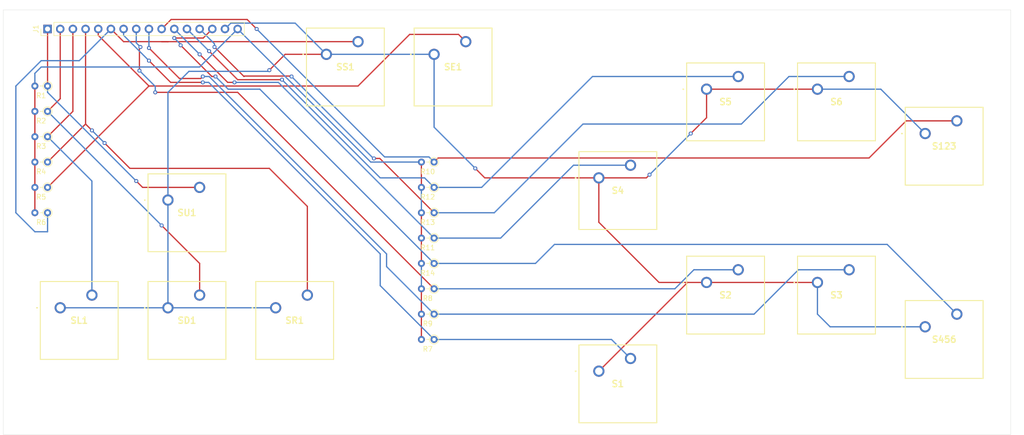
<source format=kicad_pcb>
(kicad_pcb (version 20171130) (host pcbnew "(5.1.10)-1")

  (general
    (thickness 1.6)
    (drawings 33)
    (tracks 206)
    (zones 0)
    (modules 29)
    (nets 17)
  )

  (page A4)
  (layers
    (0 F.Cu signal)
    (31 B.Cu signal)
    (32 B.Adhes user)
    (33 F.Adhes user)
    (34 B.Paste user)
    (35 F.Paste user)
    (36 B.SilkS user)
    (37 F.SilkS user)
    (38 B.Mask user)
    (39 F.Mask user)
    (40 Dwgs.User user)
    (41 Cmts.User user)
    (42 Eco1.User user)
    (43 Eco2.User user)
    (44 Edge.Cuts user)
    (45 Margin user)
    (46 B.CrtYd user)
    (47 F.CrtYd user)
    (48 B.Fab user)
    (49 F.Fab user)
  )

  (setup
    (last_trace_width 0.25)
    (trace_clearance 0.2)
    (zone_clearance 0.508)
    (zone_45_only no)
    (trace_min 0.2)
    (via_size 0.8)
    (via_drill 0.4)
    (via_min_size 0.4)
    (via_min_drill 0.3)
    (uvia_size 0.3)
    (uvia_drill 0.1)
    (uvias_allowed no)
    (uvia_min_size 0.2)
    (uvia_min_drill 0.1)
    (edge_width 0.05)
    (segment_width 0.2)
    (pcb_text_width 0.3)
    (pcb_text_size 1.5 1.5)
    (mod_edge_width 0.12)
    (mod_text_size 1 1)
    (mod_text_width 0.15)
    (pad_size 1.524 1.524)
    (pad_drill 0.762)
    (pad_to_mask_clearance 0)
    (aux_axis_origin 0 0)
    (visible_elements 7FFFFFFF)
    (pcbplotparams
      (layerselection 0x010fc_ffffffff)
      (usegerberextensions false)
      (usegerberattributes true)
      (usegerberadvancedattributes true)
      (creategerberjobfile true)
      (excludeedgelayer true)
      (linewidth 0.100000)
      (plotframeref false)
      (viasonmask false)
      (mode 1)
      (useauxorigin false)
      (hpglpennumber 1)
      (hpglpenspeed 20)
      (hpglpendiameter 15.000000)
      (psnegative false)
      (psa4output false)
      (plotreference true)
      (plotvalue true)
      (plotinvisibletext false)
      (padsonsilk false)
      (subtractmaskfromsilk false)
      (outputformat 1)
      (mirror false)
      (drillshape 0)
      (scaleselection 1)
      (outputdirectory "../Direction Module PCB/"))
  )

  (net 0 "")
  (net 1 /GND)
  (net 2 /VCC)
  (net 3 /SHIFT)
  (net 4 /ENTER)
  (net 5 /RIGHT)
  (net 6 /LEFT)
  (net 7 /DOWN)
  (net 8 /UP)
  (net 9 /N2)
  (net 10 /N1)
  (net 11 /N3)
  (net 12 /NPLUS)
  (net 13 /N4)
  (net 14 /N5)
  (net 15 /N6)
  (net 16 /NENTER)

  (net_class Default "This is the default net class."
    (clearance 0.2)
    (trace_width 0.25)
    (via_dia 0.8)
    (via_drill 0.4)
    (uvia_dia 0.3)
    (uvia_drill 0.1)
    (add_net /DOWN)
    (add_net /ENTER)
    (add_net /GND)
    (add_net /LEFT)
    (add_net /N1)
    (add_net /N2)
    (add_net /N3)
    (add_net /N4)
    (add_net /N5)
    (add_net /N6)
    (add_net /NENTER)
    (add_net /NPLUS)
    (add_net /RIGHT)
    (add_net /SHIFT)
    (add_net /UP)
    (add_net /VCC)
  )

  (module Connector_PinHeader_2.54mm:PinHeader_1x16_P2.54mm_Vertical (layer F.Cu) (tedit 59FED5CC) (tstamp 614AA014)
    (at 27.94 29.21 90)
    (descr "Through hole straight pin header, 1x16, 2.54mm pitch, single row")
    (tags "Through hole pin header THT 1x16 2.54mm single row")
    (path /614B0705)
    (fp_text reference J1 (at 0 -2.33 90) (layer F.SilkS)
      (effects (font (size 1 1) (thickness 0.15)))
    )
    (fp_text value Conn_01x016_Male (at -3.81 5.08 180) (layer F.Fab)
      (effects (font (size 1 1) (thickness 0.15)))
    )
    (fp_text user %R (at 0 8.89) (layer F.Fab)
      (effects (font (size 1 1) (thickness 0.15)))
    )
    (fp_line (start -0.635 -1.27) (end 1.27 -1.27) (layer F.Fab) (width 0.1))
    (fp_line (start 1.27 -1.27) (end 1.27 39.37) (layer F.Fab) (width 0.1))
    (fp_line (start 1.27 39.37) (end -1.27 39.37) (layer F.Fab) (width 0.1))
    (fp_line (start -1.27 39.37) (end -1.27 -0.635) (layer F.Fab) (width 0.1))
    (fp_line (start -1.27 -0.635) (end -0.635 -1.27) (layer F.Fab) (width 0.1))
    (fp_line (start -1.33 39.43) (end 1.33 39.43) (layer F.SilkS) (width 0.12))
    (fp_line (start -1.33 1.27) (end -1.33 39.43) (layer F.SilkS) (width 0.12))
    (fp_line (start 1.33 1.27) (end 1.33 39.43) (layer F.SilkS) (width 0.12))
    (fp_line (start -1.33 1.27) (end 1.33 1.27) (layer F.SilkS) (width 0.12))
    (fp_line (start -1.33 0) (end -1.33 -1.33) (layer F.SilkS) (width 0.12))
    (fp_line (start -1.33 -1.33) (end 0 -1.33) (layer F.SilkS) (width 0.12))
    (fp_line (start -1.8 -1.8) (end -1.8 39.9) (layer F.CrtYd) (width 0.05))
    (fp_line (start -1.8 39.9) (end 1.8 39.9) (layer F.CrtYd) (width 0.05))
    (fp_line (start 1.8 39.9) (end 1.8 -1.8) (layer F.CrtYd) (width 0.05))
    (fp_line (start 1.8 -1.8) (end -1.8 -1.8) (layer F.CrtYd) (width 0.05))
    (pad 16 thru_hole oval (at 0 38.1 90) (size 1.7 1.7) (drill 1) (layers *.Cu *.Mask)
      (net 1 /GND))
    (pad 15 thru_hole oval (at 0 35.56 90) (size 1.7 1.7) (drill 1) (layers *.Cu *.Mask)
      (net 2 /VCC))
    (pad 14 thru_hole oval (at 0 33.02 90) (size 1.7 1.7) (drill 1) (layers *.Cu *.Mask)
      (net 16 /NENTER))
    (pad 13 thru_hole oval (at 0 30.48 90) (size 1.7 1.7) (drill 1) (layers *.Cu *.Mask)
      (net 15 /N6))
    (pad 12 thru_hole oval (at 0 27.94 90) (size 1.7 1.7) (drill 1) (layers *.Cu *.Mask)
      (net 14 /N5))
    (pad 11 thru_hole oval (at 0 25.4 90) (size 1.7 1.7) (drill 1) (layers *.Cu *.Mask)
      (net 13 /N4))
    (pad 10 thru_hole oval (at 0 22.86 90) (size 1.7 1.7) (drill 1) (layers *.Cu *.Mask)
      (net 12 /NPLUS))
    (pad 9 thru_hole oval (at 0 20.32 90) (size 1.7 1.7) (drill 1) (layers *.Cu *.Mask)
      (net 11 /N3))
    (pad 8 thru_hole oval (at 0 17.78 90) (size 1.7 1.7) (drill 1) (layers *.Cu *.Mask)
      (net 9 /N2))
    (pad 7 thru_hole oval (at 0 15.24 90) (size 1.7 1.7) (drill 1) (layers *.Cu *.Mask)
      (net 10 /N1))
    (pad 6 thru_hole oval (at 0 12.7 90) (size 1.7 1.7) (drill 1) (layers *.Cu *.Mask)
      (net 3 /SHIFT))
    (pad 5 thru_hole oval (at 0 10.16 90) (size 1.7 1.7) (drill 1) (layers *.Cu *.Mask)
      (net 4 /ENTER))
    (pad 4 thru_hole oval (at 0 7.62 90) (size 1.7 1.7) (drill 1) (layers *.Cu *.Mask)
      (net 5 /RIGHT))
    (pad 3 thru_hole oval (at 0 5.08 90) (size 1.7 1.7) (drill 1) (layers *.Cu *.Mask)
      (net 6 /LEFT))
    (pad 2 thru_hole oval (at 0 2.54 90) (size 1.7 1.7) (drill 1) (layers *.Cu *.Mask)
      (net 7 /DOWN))
    (pad 1 thru_hole rect (at 0 0 90) (size 1.7 1.7) (drill 1) (layers *.Cu *.Mask)
      (net 8 /UP))
    (model ${KISYS3DMOD}/Connector_PinHeader_2.54mm.3dshapes/PinHeader_1x16_P2.54mm_Vertical.wrl
      (at (xyz 0 0 0))
      (scale (xyz 1 1 1))
      (rotate (xyz 0 0 0))
    )
  )

  (module ECAD:MX1AE1NW (layer F.Cu) (tedit 0) (tstamp 614AB0F6)
    (at 203.835 88.9)
    (descr MX1A-E1NW-2)
    (tags Switch)
    (path /614D43C8)
    (fp_text reference S456 (at 3.81 2.54) (layer F.SilkS)
      (effects (font (size 1.27 1.27) (thickness 0.254)))
    )
    (fp_text value MX1A-E1NW (at 3.81 2.54) (layer F.SilkS) hide
      (effects (font (size 1.27 1.27) (thickness 0.254)))
    )
    (fp_arc (start -4.65 0) (end -4.7 0) (angle -180) (layer F.SilkS) (width 0.2))
    (fp_arc (start -4.65 0) (end -4.6 0) (angle -180) (layer F.SilkS) (width 0.2))
    (fp_arc (start -4.65 0) (end -4.7 0) (angle -180) (layer F.SilkS) (width 0.2))
    (fp_text user %R (at 3.81 2.54) (layer F.Fab)
      (effects (font (size 1.27 1.27) (thickness 0.254)))
    )
    (fp_line (start -3.99 10.34) (end 11.61 10.34) (layer F.Fab) (width 0.1))
    (fp_line (start 11.61 10.34) (end 11.61 -5.26) (layer F.Fab) (width 0.1))
    (fp_line (start 11.61 -5.26) (end -3.99 -5.26) (layer F.Fab) (width 0.1))
    (fp_line (start -3.99 -5.26) (end -3.99 10.34) (layer F.Fab) (width 0.1))
    (fp_line (start -3.99 10.34) (end 11.61 10.34) (layer F.SilkS) (width 0.2))
    (fp_line (start 11.61 10.34) (end 11.61 -5.26) (layer F.SilkS) (width 0.2))
    (fp_line (start 11.61 -5.26) (end -3.99 -5.26) (layer F.SilkS) (width 0.2))
    (fp_line (start -3.99 -5.26) (end -3.99 10.34) (layer F.SilkS) (width 0.2))
    (fp_line (start -4.99 -6.26) (end 12.61 -6.26) (layer F.CrtYd) (width 0.1))
    (fp_line (start 12.61 -6.26) (end 12.61 11.34) (layer F.CrtYd) (width 0.1))
    (fp_line (start 12.61 11.34) (end -4.99 11.34) (layer F.CrtYd) (width 0.1))
    (fp_line (start -4.99 11.34) (end -4.99 -6.26) (layer F.CrtYd) (width 0.1))
    (fp_line (start -4.7 0) (end -4.7 0) (layer F.SilkS) (width 0.2))
    (fp_line (start -4.6 0) (end -4.6 0) (layer F.SilkS) (width 0.2))
    (fp_line (start -4.7 0) (end -4.7 0) (layer F.SilkS) (width 0.2))
    (pad MH1 np_thru_hole circle (at 3.81 2.54) (size 3.9878 0) (drill 3.9878) (layers *.Cu *.Mask))
    (pad 2 thru_hole circle (at 6.35 -2.54) (size 2.248 2.248) (drill 1.4986) (layers *.Cu *.Mask)
      (net 16 /NENTER))
    (pad 1 thru_hole circle (at 0 0) (size 2.248 2.248) (drill 1.4986) (layers *.Cu *.Mask)
      (net 2 /VCC))
    (model "E:\\Engineering\\Design Projects\\Part Libraries\\KiCAD\\SamacSys_Parts.3dshapes\\MX1A-E1NW.stp"
      (at (xyz 0 0 0))
      (scale (xyz 1 1 1))
      (rotate (xyz 0 0 0))
    )
  )

  (module ECAD:MX1AE1NW (layer F.Cu) (tedit 0) (tstamp 614AB0DC)
    (at 203.835 50.165)
    (descr MX1A-E1NW-2)
    (tags Switch)
    (path /614CBB40)
    (fp_text reference S123 (at 3.81 2.54) (layer F.SilkS)
      (effects (font (size 1.27 1.27) (thickness 0.254)))
    )
    (fp_text value MX1A-E1NW (at 3.81 2.54) (layer F.SilkS) hide
      (effects (font (size 1.27 1.27) (thickness 0.254)))
    )
    (fp_arc (start -4.65 0) (end -4.7 0) (angle -180) (layer F.SilkS) (width 0.2))
    (fp_arc (start -4.65 0) (end -4.6 0) (angle -180) (layer F.SilkS) (width 0.2))
    (fp_arc (start -4.65 0) (end -4.7 0) (angle -180) (layer F.SilkS) (width 0.2))
    (fp_text user %R (at 3.81 2.54) (layer F.Fab)
      (effects (font (size 1.27 1.27) (thickness 0.254)))
    )
    (fp_line (start -3.99 10.34) (end 11.61 10.34) (layer F.Fab) (width 0.1))
    (fp_line (start 11.61 10.34) (end 11.61 -5.26) (layer F.Fab) (width 0.1))
    (fp_line (start 11.61 -5.26) (end -3.99 -5.26) (layer F.Fab) (width 0.1))
    (fp_line (start -3.99 -5.26) (end -3.99 10.34) (layer F.Fab) (width 0.1))
    (fp_line (start -3.99 10.34) (end 11.61 10.34) (layer F.SilkS) (width 0.2))
    (fp_line (start 11.61 10.34) (end 11.61 -5.26) (layer F.SilkS) (width 0.2))
    (fp_line (start 11.61 -5.26) (end -3.99 -5.26) (layer F.SilkS) (width 0.2))
    (fp_line (start -3.99 -5.26) (end -3.99 10.34) (layer F.SilkS) (width 0.2))
    (fp_line (start -4.99 -6.26) (end 12.61 -6.26) (layer F.CrtYd) (width 0.1))
    (fp_line (start 12.61 -6.26) (end 12.61 11.34) (layer F.CrtYd) (width 0.1))
    (fp_line (start 12.61 11.34) (end -4.99 11.34) (layer F.CrtYd) (width 0.1))
    (fp_line (start -4.99 11.34) (end -4.99 -6.26) (layer F.CrtYd) (width 0.1))
    (fp_line (start -4.7 0) (end -4.7 0) (layer F.SilkS) (width 0.2))
    (fp_line (start -4.6 0) (end -4.6 0) (layer F.SilkS) (width 0.2))
    (fp_line (start -4.7 0) (end -4.7 0) (layer F.SilkS) (width 0.2))
    (pad MH1 np_thru_hole circle (at 3.81 2.54) (size 3.9878 0) (drill 3.9878) (layers *.Cu *.Mask))
    (pad 2 thru_hole circle (at 6.35 -2.54) (size 2.248 2.248) (drill 1.4986) (layers *.Cu *.Mask)
      (net 12 /NPLUS))
    (pad 1 thru_hole circle (at 0 0) (size 2.248 2.248) (drill 1.4986) (layers *.Cu *.Mask)
      (net 2 /VCC))
    (model "E:\\Engineering\\Design Projects\\Part Libraries\\KiCAD\\SamacSys_Parts.3dshapes\\MX1A-E1NW.stp"
      (at (xyz 0 0 0))
      (scale (xyz 1 1 1))
      (rotate (xyz 0 0 0))
    )
  )

  (module ECAD:MX1AE1NW (layer F.Cu) (tedit 0) (tstamp 614AB0C2)
    (at 182.245 41.275)
    (descr MX1A-E1NW-2)
    (tags Switch)
    (path /614D2488)
    (fp_text reference S6 (at 3.81 2.54) (layer F.SilkS)
      (effects (font (size 1.27 1.27) (thickness 0.254)))
    )
    (fp_text value MX1A-E1NW (at 3.81 2.54) (layer F.SilkS) hide
      (effects (font (size 1.27 1.27) (thickness 0.254)))
    )
    (fp_arc (start -4.65 0) (end -4.7 0) (angle -180) (layer F.SilkS) (width 0.2))
    (fp_arc (start -4.65 0) (end -4.6 0) (angle -180) (layer F.SilkS) (width 0.2))
    (fp_arc (start -4.65 0) (end -4.7 0) (angle -180) (layer F.SilkS) (width 0.2))
    (fp_text user %R (at 3.81 2.54) (layer F.Fab)
      (effects (font (size 1.27 1.27) (thickness 0.254)))
    )
    (fp_line (start -3.99 10.34) (end 11.61 10.34) (layer F.Fab) (width 0.1))
    (fp_line (start 11.61 10.34) (end 11.61 -5.26) (layer F.Fab) (width 0.1))
    (fp_line (start 11.61 -5.26) (end -3.99 -5.26) (layer F.Fab) (width 0.1))
    (fp_line (start -3.99 -5.26) (end -3.99 10.34) (layer F.Fab) (width 0.1))
    (fp_line (start -3.99 10.34) (end 11.61 10.34) (layer F.SilkS) (width 0.2))
    (fp_line (start 11.61 10.34) (end 11.61 -5.26) (layer F.SilkS) (width 0.2))
    (fp_line (start 11.61 -5.26) (end -3.99 -5.26) (layer F.SilkS) (width 0.2))
    (fp_line (start -3.99 -5.26) (end -3.99 10.34) (layer F.SilkS) (width 0.2))
    (fp_line (start -4.99 -6.26) (end 12.61 -6.26) (layer F.CrtYd) (width 0.1))
    (fp_line (start 12.61 -6.26) (end 12.61 11.34) (layer F.CrtYd) (width 0.1))
    (fp_line (start 12.61 11.34) (end -4.99 11.34) (layer F.CrtYd) (width 0.1))
    (fp_line (start -4.99 11.34) (end -4.99 -6.26) (layer F.CrtYd) (width 0.1))
    (fp_line (start -4.7 0) (end -4.7 0) (layer F.SilkS) (width 0.2))
    (fp_line (start -4.6 0) (end -4.6 0) (layer F.SilkS) (width 0.2))
    (fp_line (start -4.7 0) (end -4.7 0) (layer F.SilkS) (width 0.2))
    (pad MH1 np_thru_hole circle (at 3.81 2.54) (size 3.9878 0) (drill 3.9878) (layers *.Cu *.Mask))
    (pad 2 thru_hole circle (at 6.35 -2.54) (size 2.248 2.248) (drill 1.4986) (layers *.Cu *.Mask)
      (net 15 /N6))
    (pad 1 thru_hole circle (at 0 0) (size 2.248 2.248) (drill 1.4986) (layers *.Cu *.Mask)
      (net 2 /VCC))
    (model "E:\\Engineering\\Design Projects\\Part Libraries\\KiCAD\\SamacSys_Parts.3dshapes\\MX1A-E1NW.stp"
      (at (xyz 0 0 0))
      (scale (xyz 1 1 1))
      (rotate (xyz 0 0 0))
    )
  )

  (module ECAD:MX1AE1NW (layer F.Cu) (tedit 0) (tstamp 614AB0A8)
    (at 160.02 41.275)
    (descr MX1A-E1NW-2)
    (tags Switch)
    (path /614D0CE2)
    (fp_text reference S5 (at 3.81 2.54) (layer F.SilkS)
      (effects (font (size 1.27 1.27) (thickness 0.254)))
    )
    (fp_text value MX1A-E1NW (at 3.81 2.54) (layer F.SilkS) hide
      (effects (font (size 1.27 1.27) (thickness 0.254)))
    )
    (fp_arc (start -4.65 0) (end -4.7 0) (angle -180) (layer F.SilkS) (width 0.2))
    (fp_arc (start -4.65 0) (end -4.6 0) (angle -180) (layer F.SilkS) (width 0.2))
    (fp_arc (start -4.65 0) (end -4.7 0) (angle -180) (layer F.SilkS) (width 0.2))
    (fp_text user %R (at 3.81 2.54) (layer F.Fab)
      (effects (font (size 1.27 1.27) (thickness 0.254)))
    )
    (fp_line (start -3.99 10.34) (end 11.61 10.34) (layer F.Fab) (width 0.1))
    (fp_line (start 11.61 10.34) (end 11.61 -5.26) (layer F.Fab) (width 0.1))
    (fp_line (start 11.61 -5.26) (end -3.99 -5.26) (layer F.Fab) (width 0.1))
    (fp_line (start -3.99 -5.26) (end -3.99 10.34) (layer F.Fab) (width 0.1))
    (fp_line (start -3.99 10.34) (end 11.61 10.34) (layer F.SilkS) (width 0.2))
    (fp_line (start 11.61 10.34) (end 11.61 -5.26) (layer F.SilkS) (width 0.2))
    (fp_line (start 11.61 -5.26) (end -3.99 -5.26) (layer F.SilkS) (width 0.2))
    (fp_line (start -3.99 -5.26) (end -3.99 10.34) (layer F.SilkS) (width 0.2))
    (fp_line (start -4.99 -6.26) (end 12.61 -6.26) (layer F.CrtYd) (width 0.1))
    (fp_line (start 12.61 -6.26) (end 12.61 11.34) (layer F.CrtYd) (width 0.1))
    (fp_line (start 12.61 11.34) (end -4.99 11.34) (layer F.CrtYd) (width 0.1))
    (fp_line (start -4.99 11.34) (end -4.99 -6.26) (layer F.CrtYd) (width 0.1))
    (fp_line (start -4.7 0) (end -4.7 0) (layer F.SilkS) (width 0.2))
    (fp_line (start -4.6 0) (end -4.6 0) (layer F.SilkS) (width 0.2))
    (fp_line (start -4.7 0) (end -4.7 0) (layer F.SilkS) (width 0.2))
    (pad MH1 np_thru_hole circle (at 3.81 2.54) (size 3.9878 0) (drill 3.9878) (layers *.Cu *.Mask))
    (pad 2 thru_hole circle (at 6.35 -2.54) (size 2.248 2.248) (drill 1.4986) (layers *.Cu *.Mask)
      (net 14 /N5))
    (pad 1 thru_hole circle (at 0 0) (size 2.248 2.248) (drill 1.4986) (layers *.Cu *.Mask)
      (net 2 /VCC))
    (model "E:\\Engineering\\Design Projects\\Part Libraries\\KiCAD\\SamacSys_Parts.3dshapes\\MX1A-E1NW.stp"
      (at (xyz 0 0 0))
      (scale (xyz 1 1 1))
      (rotate (xyz 0 0 0))
    )
  )

  (module ECAD:MX1AE1NW (layer F.Cu) (tedit 0) (tstamp 614AB08E)
    (at 138.43 59.055)
    (descr MX1A-E1NW-2)
    (tags Switch)
    (path /614CF8AE)
    (fp_text reference S4 (at 3.81 2.54) (layer F.SilkS)
      (effects (font (size 1.27 1.27) (thickness 0.254)))
    )
    (fp_text value MX1A-E1NW (at 3.81 2.54) (layer F.SilkS) hide
      (effects (font (size 1.27 1.27) (thickness 0.254)))
    )
    (fp_arc (start -4.65 0) (end -4.7 0) (angle -180) (layer F.SilkS) (width 0.2))
    (fp_arc (start -4.65 0) (end -4.6 0) (angle -180) (layer F.SilkS) (width 0.2))
    (fp_arc (start -4.65 0) (end -4.7 0) (angle -180) (layer F.SilkS) (width 0.2))
    (fp_text user %R (at 3.81 2.54) (layer F.Fab)
      (effects (font (size 1.27 1.27) (thickness 0.254)))
    )
    (fp_line (start -3.99 10.34) (end 11.61 10.34) (layer F.Fab) (width 0.1))
    (fp_line (start 11.61 10.34) (end 11.61 -5.26) (layer F.Fab) (width 0.1))
    (fp_line (start 11.61 -5.26) (end -3.99 -5.26) (layer F.Fab) (width 0.1))
    (fp_line (start -3.99 -5.26) (end -3.99 10.34) (layer F.Fab) (width 0.1))
    (fp_line (start -3.99 10.34) (end 11.61 10.34) (layer F.SilkS) (width 0.2))
    (fp_line (start 11.61 10.34) (end 11.61 -5.26) (layer F.SilkS) (width 0.2))
    (fp_line (start 11.61 -5.26) (end -3.99 -5.26) (layer F.SilkS) (width 0.2))
    (fp_line (start -3.99 -5.26) (end -3.99 10.34) (layer F.SilkS) (width 0.2))
    (fp_line (start -4.99 -6.26) (end 12.61 -6.26) (layer F.CrtYd) (width 0.1))
    (fp_line (start 12.61 -6.26) (end 12.61 11.34) (layer F.CrtYd) (width 0.1))
    (fp_line (start 12.61 11.34) (end -4.99 11.34) (layer F.CrtYd) (width 0.1))
    (fp_line (start -4.99 11.34) (end -4.99 -6.26) (layer F.CrtYd) (width 0.1))
    (fp_line (start -4.7 0) (end -4.7 0) (layer F.SilkS) (width 0.2))
    (fp_line (start -4.6 0) (end -4.6 0) (layer F.SilkS) (width 0.2))
    (fp_line (start -4.7 0) (end -4.7 0) (layer F.SilkS) (width 0.2))
    (pad MH1 np_thru_hole circle (at 3.81 2.54) (size 3.9878 0) (drill 3.9878) (layers *.Cu *.Mask))
    (pad 2 thru_hole circle (at 6.35 -2.54) (size 2.248 2.248) (drill 1.4986) (layers *.Cu *.Mask)
      (net 13 /N4))
    (pad 1 thru_hole circle (at 0 0) (size 2.248 2.248) (drill 1.4986) (layers *.Cu *.Mask)
      (net 2 /VCC))
    (model "E:\\Engineering\\Design Projects\\Part Libraries\\KiCAD\\SamacSys_Parts.3dshapes\\MX1A-E1NW.stp"
      (at (xyz 0 0 0))
      (scale (xyz 1 1 1))
      (rotate (xyz 0 0 0))
    )
  )

  (module ECAD:MX1AE1NW (layer F.Cu) (tedit 0) (tstamp 614AB074)
    (at 182.245 80.01)
    (descr MX1A-E1NW-2)
    (tags Switch)
    (path /614CA848)
    (fp_text reference S3 (at 3.81 2.54) (layer F.SilkS)
      (effects (font (size 1.27 1.27) (thickness 0.254)))
    )
    (fp_text value MX1A-E1NW (at 3.81 2.54) (layer F.SilkS) hide
      (effects (font (size 1.27 1.27) (thickness 0.254)))
    )
    (fp_arc (start -4.65 0) (end -4.7 0) (angle -180) (layer F.SilkS) (width 0.2))
    (fp_arc (start -4.65 0) (end -4.6 0) (angle -180) (layer F.SilkS) (width 0.2))
    (fp_arc (start -4.65 0) (end -4.7 0) (angle -180) (layer F.SilkS) (width 0.2))
    (fp_text user %R (at 3.81 2.54) (layer F.Fab)
      (effects (font (size 1.27 1.27) (thickness 0.254)))
    )
    (fp_line (start -3.99 10.34) (end 11.61 10.34) (layer F.Fab) (width 0.1))
    (fp_line (start 11.61 10.34) (end 11.61 -5.26) (layer F.Fab) (width 0.1))
    (fp_line (start 11.61 -5.26) (end -3.99 -5.26) (layer F.Fab) (width 0.1))
    (fp_line (start -3.99 -5.26) (end -3.99 10.34) (layer F.Fab) (width 0.1))
    (fp_line (start -3.99 10.34) (end 11.61 10.34) (layer F.SilkS) (width 0.2))
    (fp_line (start 11.61 10.34) (end 11.61 -5.26) (layer F.SilkS) (width 0.2))
    (fp_line (start 11.61 -5.26) (end -3.99 -5.26) (layer F.SilkS) (width 0.2))
    (fp_line (start -3.99 -5.26) (end -3.99 10.34) (layer F.SilkS) (width 0.2))
    (fp_line (start -4.99 -6.26) (end 12.61 -6.26) (layer F.CrtYd) (width 0.1))
    (fp_line (start 12.61 -6.26) (end 12.61 11.34) (layer F.CrtYd) (width 0.1))
    (fp_line (start 12.61 11.34) (end -4.99 11.34) (layer F.CrtYd) (width 0.1))
    (fp_line (start -4.99 11.34) (end -4.99 -6.26) (layer F.CrtYd) (width 0.1))
    (fp_line (start -4.7 0) (end -4.7 0) (layer F.SilkS) (width 0.2))
    (fp_line (start -4.6 0) (end -4.6 0) (layer F.SilkS) (width 0.2))
    (fp_line (start -4.7 0) (end -4.7 0) (layer F.SilkS) (width 0.2))
    (pad MH1 np_thru_hole circle (at 3.81 2.54) (size 3.9878 0) (drill 3.9878) (layers *.Cu *.Mask))
    (pad 2 thru_hole circle (at 6.35 -2.54) (size 2.248 2.248) (drill 1.4986) (layers *.Cu *.Mask)
      (net 11 /N3))
    (pad 1 thru_hole circle (at 0 0) (size 2.248 2.248) (drill 1.4986) (layers *.Cu *.Mask)
      (net 2 /VCC))
    (model "E:\\Engineering\\Design Projects\\Part Libraries\\KiCAD\\SamacSys_Parts.3dshapes\\MX1A-E1NW.stp"
      (at (xyz 0 0 0))
      (scale (xyz 1 1 1))
      (rotate (xyz 0 0 0))
    )
  )

  (module ECAD:MX1AE1NW (layer F.Cu) (tedit 0) (tstamp 614AB05A)
    (at 160.02 80.01)
    (descr MX1A-E1NW-2)
    (tags Switch)
    (path /614C95A2)
    (fp_text reference S2 (at 3.81 2.54) (layer F.SilkS)
      (effects (font (size 1.27 1.27) (thickness 0.254)))
    )
    (fp_text value MX1A-E1NW (at 3.81 2.54) (layer F.SilkS) hide
      (effects (font (size 1.27 1.27) (thickness 0.254)))
    )
    (fp_arc (start -4.65 0) (end -4.7 0) (angle -180) (layer F.SilkS) (width 0.2))
    (fp_arc (start -4.65 0) (end -4.6 0) (angle -180) (layer F.SilkS) (width 0.2))
    (fp_arc (start -4.65 0) (end -4.7 0) (angle -180) (layer F.SilkS) (width 0.2))
    (fp_text user %R (at 3.81 2.54) (layer F.Fab)
      (effects (font (size 1.27 1.27) (thickness 0.254)))
    )
    (fp_line (start -3.99 10.34) (end 11.61 10.34) (layer F.Fab) (width 0.1))
    (fp_line (start 11.61 10.34) (end 11.61 -5.26) (layer F.Fab) (width 0.1))
    (fp_line (start 11.61 -5.26) (end -3.99 -5.26) (layer F.Fab) (width 0.1))
    (fp_line (start -3.99 -5.26) (end -3.99 10.34) (layer F.Fab) (width 0.1))
    (fp_line (start -3.99 10.34) (end 11.61 10.34) (layer F.SilkS) (width 0.2))
    (fp_line (start 11.61 10.34) (end 11.61 -5.26) (layer F.SilkS) (width 0.2))
    (fp_line (start 11.61 -5.26) (end -3.99 -5.26) (layer F.SilkS) (width 0.2))
    (fp_line (start -3.99 -5.26) (end -3.99 10.34) (layer F.SilkS) (width 0.2))
    (fp_line (start -4.99 -6.26) (end 12.61 -6.26) (layer F.CrtYd) (width 0.1))
    (fp_line (start 12.61 -6.26) (end 12.61 11.34) (layer F.CrtYd) (width 0.1))
    (fp_line (start 12.61 11.34) (end -4.99 11.34) (layer F.CrtYd) (width 0.1))
    (fp_line (start -4.99 11.34) (end -4.99 -6.26) (layer F.CrtYd) (width 0.1))
    (fp_line (start -4.7 0) (end -4.7 0) (layer F.SilkS) (width 0.2))
    (fp_line (start -4.6 0) (end -4.6 0) (layer F.SilkS) (width 0.2))
    (fp_line (start -4.7 0) (end -4.7 0) (layer F.SilkS) (width 0.2))
    (pad MH1 np_thru_hole circle (at 3.81 2.54) (size 3.9878 0) (drill 3.9878) (layers *.Cu *.Mask))
    (pad 2 thru_hole circle (at 6.35 -2.54) (size 2.248 2.248) (drill 1.4986) (layers *.Cu *.Mask)
      (net 9 /N2))
    (pad 1 thru_hole circle (at 0 0) (size 2.248 2.248) (drill 1.4986) (layers *.Cu *.Mask)
      (net 2 /VCC))
    (model "E:\\Engineering\\Design Projects\\Part Libraries\\KiCAD\\SamacSys_Parts.3dshapes\\MX1A-E1NW.stp"
      (at (xyz 0 0 0))
      (scale (xyz 1 1 1))
      (rotate (xyz 0 0 0))
    )
  )

  (module ECAD:MX1AE1NW (layer F.Cu) (tedit 0) (tstamp 614AB040)
    (at 138.43 97.79)
    (descr MX1A-E1NW-2)
    (tags Switch)
    (path /614BD1EC)
    (fp_text reference S1 (at 3.81 2.54) (layer F.SilkS)
      (effects (font (size 1.27 1.27) (thickness 0.254)))
    )
    (fp_text value MX1A-E1NW (at 3.81 2.54) (layer F.SilkS) hide
      (effects (font (size 1.27 1.27) (thickness 0.254)))
    )
    (fp_arc (start -4.65 0) (end -4.7 0) (angle -180) (layer F.SilkS) (width 0.2))
    (fp_arc (start -4.65 0) (end -4.6 0) (angle -180) (layer F.SilkS) (width 0.2))
    (fp_arc (start -4.65 0) (end -4.7 0) (angle -180) (layer F.SilkS) (width 0.2))
    (fp_text user %R (at 3.81 2.54) (layer F.Fab)
      (effects (font (size 1.27 1.27) (thickness 0.254)))
    )
    (fp_line (start -3.99 10.34) (end 11.61 10.34) (layer F.Fab) (width 0.1))
    (fp_line (start 11.61 10.34) (end 11.61 -5.26) (layer F.Fab) (width 0.1))
    (fp_line (start 11.61 -5.26) (end -3.99 -5.26) (layer F.Fab) (width 0.1))
    (fp_line (start -3.99 -5.26) (end -3.99 10.34) (layer F.Fab) (width 0.1))
    (fp_line (start -3.99 10.34) (end 11.61 10.34) (layer F.SilkS) (width 0.2))
    (fp_line (start 11.61 10.34) (end 11.61 -5.26) (layer F.SilkS) (width 0.2))
    (fp_line (start 11.61 -5.26) (end -3.99 -5.26) (layer F.SilkS) (width 0.2))
    (fp_line (start -3.99 -5.26) (end -3.99 10.34) (layer F.SilkS) (width 0.2))
    (fp_line (start -4.99 -6.26) (end 12.61 -6.26) (layer F.CrtYd) (width 0.1))
    (fp_line (start 12.61 -6.26) (end 12.61 11.34) (layer F.CrtYd) (width 0.1))
    (fp_line (start 12.61 11.34) (end -4.99 11.34) (layer F.CrtYd) (width 0.1))
    (fp_line (start -4.99 11.34) (end -4.99 -6.26) (layer F.CrtYd) (width 0.1))
    (fp_line (start -4.7 0) (end -4.7 0) (layer F.SilkS) (width 0.2))
    (fp_line (start -4.6 0) (end -4.6 0) (layer F.SilkS) (width 0.2))
    (fp_line (start -4.7 0) (end -4.7 0) (layer F.SilkS) (width 0.2))
    (pad MH1 np_thru_hole circle (at 3.81 2.54) (size 3.9878 0) (drill 3.9878) (layers *.Cu *.Mask))
    (pad 2 thru_hole circle (at 6.35 -2.54) (size 2.248 2.248) (drill 1.4986) (layers *.Cu *.Mask)
      (net 10 /N1))
    (pad 1 thru_hole circle (at 0 0) (size 2.248 2.248) (drill 1.4986) (layers *.Cu *.Mask)
      (net 2 /VCC))
    (model "E:\\Engineering\\Design Projects\\Part Libraries\\KiCAD\\SamacSys_Parts.3dshapes\\MX1A-E1NW.stp"
      (at (xyz 0 0 0))
      (scale (xyz 1 1 1))
      (rotate (xyz 0 0 0))
    )
  )

  (module Resistor_THT:R_Axial_DIN0204_L3.6mm_D1.6mm_P2.54mm_Vertical (layer F.Cu) (tedit 5AE5139B) (tstamp 614AB026)
    (at 105.41 76.2 180)
    (descr "Resistor, Axial_DIN0204 series, Axial, Vertical, pin pitch=2.54mm, 0.167W, length*diameter=3.6*1.6mm^2, http://cdn-reichelt.de/documents/datenblatt/B400/1_4W%23YAG.pdf")
    (tags "Resistor Axial_DIN0204 series Axial Vertical pin pitch 2.54mm 0.167W length 3.6mm diameter 1.6mm")
    (path /614D43BC)
    (fp_text reference R14 (at 1.27 -1.92) (layer F.SilkS)
      (effects (font (size 1 1) (thickness 0.15)))
    )
    (fp_text value R (at 1.27 1.92) (layer F.Fab)
      (effects (font (size 1 1) (thickness 0.15)))
    )
    (fp_text user %R (at 1.27 -1.92) (layer F.Fab)
      (effects (font (size 1 1) (thickness 0.15)))
    )
    (fp_circle (center 0 0) (end 0.8 0) (layer F.Fab) (width 0.1))
    (fp_circle (center 0 0) (end 0.92 0) (layer F.SilkS) (width 0.12))
    (fp_line (start 0 0) (end 2.54 0) (layer F.Fab) (width 0.1))
    (fp_line (start 0.92 0) (end 1.54 0) (layer F.SilkS) (width 0.12))
    (fp_line (start -1.05 -1.05) (end -1.05 1.05) (layer F.CrtYd) (width 0.05))
    (fp_line (start -1.05 1.05) (end 3.49 1.05) (layer F.CrtYd) (width 0.05))
    (fp_line (start 3.49 1.05) (end 3.49 -1.05) (layer F.CrtYd) (width 0.05))
    (fp_line (start 3.49 -1.05) (end -1.05 -1.05) (layer F.CrtYd) (width 0.05))
    (pad 2 thru_hole oval (at 2.54 0 180) (size 1.4 1.4) (drill 0.7) (layers *.Cu *.Mask)
      (net 1 /GND))
    (pad 1 thru_hole circle (at 0 0 180) (size 1.4 1.4) (drill 0.7) (layers *.Cu *.Mask)
      (net 16 /NENTER))
    (model ${KISYS3DMOD}/Resistor_THT.3dshapes/R_Axial_DIN0204_L3.6mm_D1.6mm_P2.54mm_Vertical.wrl
      (at (xyz 0 0 0))
      (scale (xyz 1 1 1))
      (rotate (xyz 0 0 0))
    )
  )

  (module Resistor_THT:R_Axial_DIN0204_L3.6mm_D1.6mm_P2.54mm_Vertical (layer F.Cu) (tedit 5AE5139B) (tstamp 614AB017)
    (at 105.41 66.04 180)
    (descr "Resistor, Axial_DIN0204 series, Axial, Vertical, pin pitch=2.54mm, 0.167W, length*diameter=3.6*1.6mm^2, http://cdn-reichelt.de/documents/datenblatt/B400/1_4W%23YAG.pdf")
    (tags "Resistor Axial_DIN0204 series Axial Vertical pin pitch 2.54mm 0.167W length 3.6mm diameter 1.6mm")
    (path /614D247C)
    (fp_text reference R13 (at 1.27 -1.92) (layer F.SilkS)
      (effects (font (size 1 1) (thickness 0.15)))
    )
    (fp_text value R (at 1.27 1.92) (layer F.Fab)
      (effects (font (size 1 1) (thickness 0.15)))
    )
    (fp_text user %R (at 1.27 -1.92) (layer F.Fab)
      (effects (font (size 1 1) (thickness 0.15)))
    )
    (fp_circle (center 0 0) (end 0.8 0) (layer F.Fab) (width 0.1))
    (fp_circle (center 0 0) (end 0.92 0) (layer F.SilkS) (width 0.12))
    (fp_line (start 0 0) (end 2.54 0) (layer F.Fab) (width 0.1))
    (fp_line (start 0.92 0) (end 1.54 0) (layer F.SilkS) (width 0.12))
    (fp_line (start -1.05 -1.05) (end -1.05 1.05) (layer F.CrtYd) (width 0.05))
    (fp_line (start -1.05 1.05) (end 3.49 1.05) (layer F.CrtYd) (width 0.05))
    (fp_line (start 3.49 1.05) (end 3.49 -1.05) (layer F.CrtYd) (width 0.05))
    (fp_line (start 3.49 -1.05) (end -1.05 -1.05) (layer F.CrtYd) (width 0.05))
    (pad 2 thru_hole oval (at 2.54 0 180) (size 1.4 1.4) (drill 0.7) (layers *.Cu *.Mask)
      (net 1 /GND))
    (pad 1 thru_hole circle (at 0 0 180) (size 1.4 1.4) (drill 0.7) (layers *.Cu *.Mask)
      (net 15 /N6))
    (model ${KISYS3DMOD}/Resistor_THT.3dshapes/R_Axial_DIN0204_L3.6mm_D1.6mm_P2.54mm_Vertical.wrl
      (at (xyz 0 0 0))
      (scale (xyz 1 1 1))
      (rotate (xyz 0 0 0))
    )
  )

  (module Resistor_THT:R_Axial_DIN0204_L3.6mm_D1.6mm_P2.54mm_Vertical (layer F.Cu) (tedit 5AE5139B) (tstamp 614AB008)
    (at 105.41 60.96 180)
    (descr "Resistor, Axial_DIN0204 series, Axial, Vertical, pin pitch=2.54mm, 0.167W, length*diameter=3.6*1.6mm^2, http://cdn-reichelt.de/documents/datenblatt/B400/1_4W%23YAG.pdf")
    (tags "Resistor Axial_DIN0204 series Axial Vertical pin pitch 2.54mm 0.167W length 3.6mm diameter 1.6mm")
    (path /614D0CD6)
    (fp_text reference R12 (at 1.27 -1.92) (layer F.SilkS)
      (effects (font (size 1 1) (thickness 0.15)))
    )
    (fp_text value R (at 1.27 1.92) (layer F.Fab)
      (effects (font (size 1 1) (thickness 0.15)))
    )
    (fp_text user %R (at 1.27 -1.92) (layer F.Fab)
      (effects (font (size 1 1) (thickness 0.15)))
    )
    (fp_circle (center 0 0) (end 0.8 0) (layer F.Fab) (width 0.1))
    (fp_circle (center 0 0) (end 0.92 0) (layer F.SilkS) (width 0.12))
    (fp_line (start 0 0) (end 2.54 0) (layer F.Fab) (width 0.1))
    (fp_line (start 0.92 0) (end 1.54 0) (layer F.SilkS) (width 0.12))
    (fp_line (start -1.05 -1.05) (end -1.05 1.05) (layer F.CrtYd) (width 0.05))
    (fp_line (start -1.05 1.05) (end 3.49 1.05) (layer F.CrtYd) (width 0.05))
    (fp_line (start 3.49 1.05) (end 3.49 -1.05) (layer F.CrtYd) (width 0.05))
    (fp_line (start 3.49 -1.05) (end -1.05 -1.05) (layer F.CrtYd) (width 0.05))
    (pad 2 thru_hole oval (at 2.54 0 180) (size 1.4 1.4) (drill 0.7) (layers *.Cu *.Mask)
      (net 1 /GND))
    (pad 1 thru_hole circle (at 0 0 180) (size 1.4 1.4) (drill 0.7) (layers *.Cu *.Mask)
      (net 14 /N5))
    (model ${KISYS3DMOD}/Resistor_THT.3dshapes/R_Axial_DIN0204_L3.6mm_D1.6mm_P2.54mm_Vertical.wrl
      (at (xyz 0 0 0))
      (scale (xyz 1 1 1))
      (rotate (xyz 0 0 0))
    )
  )

  (module Resistor_THT:R_Axial_DIN0204_L3.6mm_D1.6mm_P2.54mm_Vertical (layer F.Cu) (tedit 5AE5139B) (tstamp 614AAFF9)
    (at 105.41 71.12 180)
    (descr "Resistor, Axial_DIN0204 series, Axial, Vertical, pin pitch=2.54mm, 0.167W, length*diameter=3.6*1.6mm^2, http://cdn-reichelt.de/documents/datenblatt/B400/1_4W%23YAG.pdf")
    (tags "Resistor Axial_DIN0204 series Axial Vertical pin pitch 2.54mm 0.167W length 3.6mm diameter 1.6mm")
    (path /614CF8A2)
    (fp_text reference R11 (at 1.27 -1.92) (layer F.SilkS)
      (effects (font (size 1 1) (thickness 0.15)))
    )
    (fp_text value R (at 1.27 1.92) (layer F.Fab)
      (effects (font (size 1 1) (thickness 0.15)))
    )
    (fp_text user %R (at 1.27 -1.92) (layer F.Fab)
      (effects (font (size 1 1) (thickness 0.15)))
    )
    (fp_circle (center 0 0) (end 0.8 0) (layer F.Fab) (width 0.1))
    (fp_circle (center 0 0) (end 0.92 0) (layer F.SilkS) (width 0.12))
    (fp_line (start 0 0) (end 2.54 0) (layer F.Fab) (width 0.1))
    (fp_line (start 0.92 0) (end 1.54 0) (layer F.SilkS) (width 0.12))
    (fp_line (start -1.05 -1.05) (end -1.05 1.05) (layer F.CrtYd) (width 0.05))
    (fp_line (start -1.05 1.05) (end 3.49 1.05) (layer F.CrtYd) (width 0.05))
    (fp_line (start 3.49 1.05) (end 3.49 -1.05) (layer F.CrtYd) (width 0.05))
    (fp_line (start 3.49 -1.05) (end -1.05 -1.05) (layer F.CrtYd) (width 0.05))
    (pad 2 thru_hole oval (at 2.54 0 180) (size 1.4 1.4) (drill 0.7) (layers *.Cu *.Mask)
      (net 1 /GND))
    (pad 1 thru_hole circle (at 0 0 180) (size 1.4 1.4) (drill 0.7) (layers *.Cu *.Mask)
      (net 13 /N4))
    (model ${KISYS3DMOD}/Resistor_THT.3dshapes/R_Axial_DIN0204_L3.6mm_D1.6mm_P2.54mm_Vertical.wrl
      (at (xyz 0 0 0))
      (scale (xyz 1 1 1))
      (rotate (xyz 0 0 0))
    )
  )

  (module Resistor_THT:R_Axial_DIN0204_L3.6mm_D1.6mm_P2.54mm_Vertical (layer F.Cu) (tedit 5AE5139B) (tstamp 614AAFEA)
    (at 105.41 55.88 180)
    (descr "Resistor, Axial_DIN0204 series, Axial, Vertical, pin pitch=2.54mm, 0.167W, length*diameter=3.6*1.6mm^2, http://cdn-reichelt.de/documents/datenblatt/B400/1_4W%23YAG.pdf")
    (tags "Resistor Axial_DIN0204 series Axial Vertical pin pitch 2.54mm 0.167W length 3.6mm diameter 1.6mm")
    (path /614CBB34)
    (fp_text reference R10 (at 1.27 -1.92) (layer F.SilkS)
      (effects (font (size 1 1) (thickness 0.15)))
    )
    (fp_text value R (at 1.27 1.92) (layer F.Fab)
      (effects (font (size 1 1) (thickness 0.15)))
    )
    (fp_text user %R (at 1.27 -1.92) (layer F.Fab)
      (effects (font (size 1 1) (thickness 0.15)))
    )
    (fp_circle (center 0 0) (end 0.8 0) (layer F.Fab) (width 0.1))
    (fp_circle (center 0 0) (end 0.92 0) (layer F.SilkS) (width 0.12))
    (fp_line (start 0 0) (end 2.54 0) (layer F.Fab) (width 0.1))
    (fp_line (start 0.92 0) (end 1.54 0) (layer F.SilkS) (width 0.12))
    (fp_line (start -1.05 -1.05) (end -1.05 1.05) (layer F.CrtYd) (width 0.05))
    (fp_line (start -1.05 1.05) (end 3.49 1.05) (layer F.CrtYd) (width 0.05))
    (fp_line (start 3.49 1.05) (end 3.49 -1.05) (layer F.CrtYd) (width 0.05))
    (fp_line (start 3.49 -1.05) (end -1.05 -1.05) (layer F.CrtYd) (width 0.05))
    (pad 2 thru_hole oval (at 2.54 0 180) (size 1.4 1.4) (drill 0.7) (layers *.Cu *.Mask)
      (net 1 /GND))
    (pad 1 thru_hole circle (at 0 0 180) (size 1.4 1.4) (drill 0.7) (layers *.Cu *.Mask)
      (net 12 /NPLUS))
    (model ${KISYS3DMOD}/Resistor_THT.3dshapes/R_Axial_DIN0204_L3.6mm_D1.6mm_P2.54mm_Vertical.wrl
      (at (xyz 0 0 0))
      (scale (xyz 1 1 1))
      (rotate (xyz 0 0 0))
    )
  )

  (module Resistor_THT:R_Axial_DIN0204_L3.6mm_D1.6mm_P2.54mm_Vertical (layer F.Cu) (tedit 5AE5139B) (tstamp 614AAFDB)
    (at 105.41 86.36 180)
    (descr "Resistor, Axial_DIN0204 series, Axial, Vertical, pin pitch=2.54mm, 0.167W, length*diameter=3.6*1.6mm^2, http://cdn-reichelt.de/documents/datenblatt/B400/1_4W%23YAG.pdf")
    (tags "Resistor Axial_DIN0204 series Axial Vertical pin pitch 2.54mm 0.167W length 3.6mm diameter 1.6mm")
    (path /614CA83C)
    (fp_text reference R9 (at 1.27 -1.92) (layer F.SilkS)
      (effects (font (size 1 1) (thickness 0.15)))
    )
    (fp_text value R (at 1.27 1.92) (layer F.Fab)
      (effects (font (size 1 1) (thickness 0.15)))
    )
    (fp_text user %R (at 1.27 -1.92) (layer F.Fab)
      (effects (font (size 1 1) (thickness 0.15)))
    )
    (fp_circle (center 0 0) (end 0.8 0) (layer F.Fab) (width 0.1))
    (fp_circle (center 0 0) (end 0.92 0) (layer F.SilkS) (width 0.12))
    (fp_line (start 0 0) (end 2.54 0) (layer F.Fab) (width 0.1))
    (fp_line (start 0.92 0) (end 1.54 0) (layer F.SilkS) (width 0.12))
    (fp_line (start -1.05 -1.05) (end -1.05 1.05) (layer F.CrtYd) (width 0.05))
    (fp_line (start -1.05 1.05) (end 3.49 1.05) (layer F.CrtYd) (width 0.05))
    (fp_line (start 3.49 1.05) (end 3.49 -1.05) (layer F.CrtYd) (width 0.05))
    (fp_line (start 3.49 -1.05) (end -1.05 -1.05) (layer F.CrtYd) (width 0.05))
    (pad 2 thru_hole oval (at 2.54 0 180) (size 1.4 1.4) (drill 0.7) (layers *.Cu *.Mask)
      (net 1 /GND))
    (pad 1 thru_hole circle (at 0 0 180) (size 1.4 1.4) (drill 0.7) (layers *.Cu *.Mask)
      (net 11 /N3))
    (model ${KISYS3DMOD}/Resistor_THT.3dshapes/R_Axial_DIN0204_L3.6mm_D1.6mm_P2.54mm_Vertical.wrl
      (at (xyz 0 0 0))
      (scale (xyz 1 1 1))
      (rotate (xyz 0 0 0))
    )
  )

  (module Resistor_THT:R_Axial_DIN0204_L3.6mm_D1.6mm_P2.54mm_Vertical (layer F.Cu) (tedit 5AE5139B) (tstamp 614AAFCC)
    (at 105.41 81.28 180)
    (descr "Resistor, Axial_DIN0204 series, Axial, Vertical, pin pitch=2.54mm, 0.167W, length*diameter=3.6*1.6mm^2, http://cdn-reichelt.de/documents/datenblatt/B400/1_4W%23YAG.pdf")
    (tags "Resistor Axial_DIN0204 series Axial Vertical pin pitch 2.54mm 0.167W length 3.6mm diameter 1.6mm")
    (path /614C9596)
    (fp_text reference R8 (at 1.27 -1.92) (layer F.SilkS)
      (effects (font (size 1 1) (thickness 0.15)))
    )
    (fp_text value R (at 1.27 1.92) (layer F.Fab)
      (effects (font (size 1 1) (thickness 0.15)))
    )
    (fp_text user %R (at 1.27 -1.92) (layer F.Fab)
      (effects (font (size 1 1) (thickness 0.15)))
    )
    (fp_circle (center 0 0) (end 0.8 0) (layer F.Fab) (width 0.1))
    (fp_circle (center 0 0) (end 0.92 0) (layer F.SilkS) (width 0.12))
    (fp_line (start 0 0) (end 2.54 0) (layer F.Fab) (width 0.1))
    (fp_line (start 0.92 0) (end 1.54 0) (layer F.SilkS) (width 0.12))
    (fp_line (start -1.05 -1.05) (end -1.05 1.05) (layer F.CrtYd) (width 0.05))
    (fp_line (start -1.05 1.05) (end 3.49 1.05) (layer F.CrtYd) (width 0.05))
    (fp_line (start 3.49 1.05) (end 3.49 -1.05) (layer F.CrtYd) (width 0.05))
    (fp_line (start 3.49 -1.05) (end -1.05 -1.05) (layer F.CrtYd) (width 0.05))
    (pad 2 thru_hole oval (at 2.54 0 180) (size 1.4 1.4) (drill 0.7) (layers *.Cu *.Mask)
      (net 1 /GND))
    (pad 1 thru_hole circle (at 0 0 180) (size 1.4 1.4) (drill 0.7) (layers *.Cu *.Mask)
      (net 9 /N2))
    (model ${KISYS3DMOD}/Resistor_THT.3dshapes/R_Axial_DIN0204_L3.6mm_D1.6mm_P2.54mm_Vertical.wrl
      (at (xyz 0 0 0))
      (scale (xyz 1 1 1))
      (rotate (xyz 0 0 0))
    )
  )

  (module Resistor_THT:R_Axial_DIN0204_L3.6mm_D1.6mm_P2.54mm_Vertical (layer F.Cu) (tedit 5AE5139B) (tstamp 614AAFBD)
    (at 105.41 91.44 180)
    (descr "Resistor, Axial_DIN0204 series, Axial, Vertical, pin pitch=2.54mm, 0.167W, length*diameter=3.6*1.6mm^2, http://cdn-reichelt.de/documents/datenblatt/B400/1_4W%23YAG.pdf")
    (tags "Resistor Axial_DIN0204 series Axial Vertical pin pitch 2.54mm 0.167W length 3.6mm diameter 1.6mm")
    (path /614BD1FC)
    (fp_text reference R7 (at 1.27 -1.92) (layer F.SilkS)
      (effects (font (size 1 1) (thickness 0.15)))
    )
    (fp_text value R (at 1.27 1.92) (layer F.Fab)
      (effects (font (size 1 1) (thickness 0.15)))
    )
    (fp_text user %R (at 1.27 -1.92) (layer F.Fab)
      (effects (font (size 1 1) (thickness 0.15)))
    )
    (fp_circle (center 0 0) (end 0.8 0) (layer F.Fab) (width 0.1))
    (fp_circle (center 0 0) (end 0.92 0) (layer F.SilkS) (width 0.12))
    (fp_line (start 0 0) (end 2.54 0) (layer F.Fab) (width 0.1))
    (fp_line (start 0.92 0) (end 1.54 0) (layer F.SilkS) (width 0.12))
    (fp_line (start -1.05 -1.05) (end -1.05 1.05) (layer F.CrtYd) (width 0.05))
    (fp_line (start -1.05 1.05) (end 3.49 1.05) (layer F.CrtYd) (width 0.05))
    (fp_line (start 3.49 1.05) (end 3.49 -1.05) (layer F.CrtYd) (width 0.05))
    (fp_line (start 3.49 -1.05) (end -1.05 -1.05) (layer F.CrtYd) (width 0.05))
    (pad 2 thru_hole oval (at 2.54 0 180) (size 1.4 1.4) (drill 0.7) (layers *.Cu *.Mask)
      (net 1 /GND))
    (pad 1 thru_hole circle (at 0 0 180) (size 1.4 1.4) (drill 0.7) (layers *.Cu *.Mask)
      (net 10 /N1))
    (model ${KISYS3DMOD}/Resistor_THT.3dshapes/R_Axial_DIN0204_L3.6mm_D1.6mm_P2.54mm_Vertical.wrl
      (at (xyz 0 0 0))
      (scale (xyz 1 1 1))
      (rotate (xyz 0 0 0))
    )
  )

  (module ECAD:MX1AE1NW (layer F.Cu) (tedit 0) (tstamp 614AA10A)
    (at 52.07 63.5)
    (descr MX1A-E1NW-2)
    (tags Switch)
    (path /614A626A)
    (fp_text reference SU1 (at 3.81 2.54) (layer F.SilkS)
      (effects (font (size 1.27 1.27) (thickness 0.254)))
    )
    (fp_text value MX1A-E1NW (at 3.81 2.54) (layer F.SilkS) hide
      (effects (font (size 1.27 1.27) (thickness 0.254)))
    )
    (fp_line (start -4.7 0) (end -4.7 0) (layer F.SilkS) (width 0.2))
    (fp_line (start -4.6 0) (end -4.6 0) (layer F.SilkS) (width 0.2))
    (fp_line (start -4.7 0) (end -4.7 0) (layer F.SilkS) (width 0.2))
    (fp_line (start -4.99 11.34) (end -4.99 -6.26) (layer F.CrtYd) (width 0.1))
    (fp_line (start 12.61 11.34) (end -4.99 11.34) (layer F.CrtYd) (width 0.1))
    (fp_line (start 12.61 -6.26) (end 12.61 11.34) (layer F.CrtYd) (width 0.1))
    (fp_line (start -4.99 -6.26) (end 12.61 -6.26) (layer F.CrtYd) (width 0.1))
    (fp_line (start -3.99 -5.26) (end -3.99 10.34) (layer F.SilkS) (width 0.2))
    (fp_line (start 11.61 -5.26) (end -3.99 -5.26) (layer F.SilkS) (width 0.2))
    (fp_line (start 11.61 10.34) (end 11.61 -5.26) (layer F.SilkS) (width 0.2))
    (fp_line (start -3.99 10.34) (end 11.61 10.34) (layer F.SilkS) (width 0.2))
    (fp_line (start -3.99 -5.26) (end -3.99 10.34) (layer F.Fab) (width 0.1))
    (fp_line (start 11.61 -5.26) (end -3.99 -5.26) (layer F.Fab) (width 0.1))
    (fp_line (start 11.61 10.34) (end 11.61 -5.26) (layer F.Fab) (width 0.1))
    (fp_line (start -3.99 10.34) (end 11.61 10.34) (layer F.Fab) (width 0.1))
    (fp_arc (start -4.65 0) (end -4.7 0) (angle -180) (layer F.SilkS) (width 0.2))
    (fp_arc (start -4.65 0) (end -4.6 0) (angle -180) (layer F.SilkS) (width 0.2))
    (fp_arc (start -4.65 0) (end -4.7 0) (angle -180) (layer F.SilkS) (width 0.2))
    (fp_text user %R (at 3.81 2.54) (layer F.Fab)
      (effects (font (size 1.27 1.27) (thickness 0.254)))
    )
    (pad MH1 np_thru_hole circle (at 3.81 2.54) (size 3.9878 0) (drill 3.9878) (layers *.Cu *.Mask))
    (pad 2 thru_hole circle (at 6.35 -2.54) (size 2.248 2.248) (drill 1.4986) (layers *.Cu *.Mask)
      (net 8 /UP))
    (pad 1 thru_hole circle (at 0 0) (size 2.248 2.248) (drill 1.4986) (layers *.Cu *.Mask)
      (net 2 /VCC))
    (model "E:\\Engineering\\Design Projects\\Part Libraries\\KiCAD\\SamacSys_Parts.3dshapes\\MX1A-E1NW.stp"
      (at (xyz 0 0 0))
      (scale (xyz 1 1 1))
      (rotate (xyz 0 0 0))
    )
  )

  (module ECAD:MX1AE1NW (layer F.Cu) (tedit 0) (tstamp 614AA0F0)
    (at 83.82 34.29)
    (descr MX1A-E1NW-2)
    (tags Switch)
    (path /614AAC08)
    (fp_text reference SS1 (at 3.81 2.54) (layer F.SilkS)
      (effects (font (size 1.27 1.27) (thickness 0.254)))
    )
    (fp_text value MX1A-E1NW (at 3.81 2.54) (layer F.SilkS) hide
      (effects (font (size 1.27 1.27) (thickness 0.254)))
    )
    (fp_line (start -4.7 0) (end -4.7 0) (layer F.SilkS) (width 0.2))
    (fp_line (start -4.6 0) (end -4.6 0) (layer F.SilkS) (width 0.2))
    (fp_line (start -4.7 0) (end -4.7 0) (layer F.SilkS) (width 0.2))
    (fp_line (start -4.99 11.34) (end -4.99 -6.26) (layer F.CrtYd) (width 0.1))
    (fp_line (start 12.61 11.34) (end -4.99 11.34) (layer F.CrtYd) (width 0.1))
    (fp_line (start 12.61 -6.26) (end 12.61 11.34) (layer F.CrtYd) (width 0.1))
    (fp_line (start -4.99 -6.26) (end 12.61 -6.26) (layer F.CrtYd) (width 0.1))
    (fp_line (start -3.99 -5.26) (end -3.99 10.34) (layer F.SilkS) (width 0.2))
    (fp_line (start 11.61 -5.26) (end -3.99 -5.26) (layer F.SilkS) (width 0.2))
    (fp_line (start 11.61 10.34) (end 11.61 -5.26) (layer F.SilkS) (width 0.2))
    (fp_line (start -3.99 10.34) (end 11.61 10.34) (layer F.SilkS) (width 0.2))
    (fp_line (start -3.99 -5.26) (end -3.99 10.34) (layer F.Fab) (width 0.1))
    (fp_line (start 11.61 -5.26) (end -3.99 -5.26) (layer F.Fab) (width 0.1))
    (fp_line (start 11.61 10.34) (end 11.61 -5.26) (layer F.Fab) (width 0.1))
    (fp_line (start -3.99 10.34) (end 11.61 10.34) (layer F.Fab) (width 0.1))
    (fp_arc (start -4.65 0) (end -4.7 0) (angle -180) (layer F.SilkS) (width 0.2))
    (fp_arc (start -4.65 0) (end -4.6 0) (angle -180) (layer F.SilkS) (width 0.2))
    (fp_arc (start -4.65 0) (end -4.7 0) (angle -180) (layer F.SilkS) (width 0.2))
    (fp_text user %R (at 3.81 2.54) (layer F.Fab)
      (effects (font (size 1.27 1.27) (thickness 0.254)))
    )
    (pad MH1 np_thru_hole circle (at 3.81 2.54) (size 3.9878 0) (drill 3.9878) (layers *.Cu *.Mask))
    (pad 2 thru_hole circle (at 6.35 -2.54) (size 2.248 2.248) (drill 1.4986) (layers *.Cu *.Mask)
      (net 3 /SHIFT))
    (pad 1 thru_hole circle (at 0 0) (size 2.248 2.248) (drill 1.4986) (layers *.Cu *.Mask)
      (net 2 /VCC))
    (model "E:\\Engineering\\Design Projects\\Part Libraries\\KiCAD\\SamacSys_Parts.3dshapes\\MX1A-E1NW.stp"
      (at (xyz 0 0 0))
      (scale (xyz 1 1 1))
      (rotate (xyz 0 0 0))
    )
  )

  (module ECAD:MX1AE1NW (layer F.Cu) (tedit 0) (tstamp 614AA0D6)
    (at 73.66 85.09)
    (descr MX1A-E1NW-2)
    (tags Switch)
    (path /614A95CA)
    (fp_text reference SR1 (at 3.81 2.54) (layer F.SilkS)
      (effects (font (size 1.27 1.27) (thickness 0.254)))
    )
    (fp_text value MX1A-E1NW (at 3.81 2.54) (layer F.SilkS) hide
      (effects (font (size 1.27 1.27) (thickness 0.254)))
    )
    (fp_line (start -4.7 0) (end -4.7 0) (layer F.SilkS) (width 0.2))
    (fp_line (start -4.6 0) (end -4.6 0) (layer F.SilkS) (width 0.2))
    (fp_line (start -4.7 0) (end -4.7 0) (layer F.SilkS) (width 0.2))
    (fp_line (start -4.99 11.34) (end -4.99 -6.26) (layer F.CrtYd) (width 0.1))
    (fp_line (start 12.61 11.34) (end -4.99 11.34) (layer F.CrtYd) (width 0.1))
    (fp_line (start 12.61 -6.26) (end 12.61 11.34) (layer F.CrtYd) (width 0.1))
    (fp_line (start -4.99 -6.26) (end 12.61 -6.26) (layer F.CrtYd) (width 0.1))
    (fp_line (start -3.99 -5.26) (end -3.99 10.34) (layer F.SilkS) (width 0.2))
    (fp_line (start 11.61 -5.26) (end -3.99 -5.26) (layer F.SilkS) (width 0.2))
    (fp_line (start 11.61 10.34) (end 11.61 -5.26) (layer F.SilkS) (width 0.2))
    (fp_line (start -3.99 10.34) (end 11.61 10.34) (layer F.SilkS) (width 0.2))
    (fp_line (start -3.99 -5.26) (end -3.99 10.34) (layer F.Fab) (width 0.1))
    (fp_line (start 11.61 -5.26) (end -3.99 -5.26) (layer F.Fab) (width 0.1))
    (fp_line (start 11.61 10.34) (end 11.61 -5.26) (layer F.Fab) (width 0.1))
    (fp_line (start -3.99 10.34) (end 11.61 10.34) (layer F.Fab) (width 0.1))
    (fp_arc (start -4.65 0) (end -4.7 0) (angle -180) (layer F.SilkS) (width 0.2))
    (fp_arc (start -4.65 0) (end -4.6 0) (angle -180) (layer F.SilkS) (width 0.2))
    (fp_arc (start -4.65 0) (end -4.7 0) (angle -180) (layer F.SilkS) (width 0.2))
    (fp_text user %R (at 3.81 2.54) (layer F.Fab)
      (effects (font (size 1.27 1.27) (thickness 0.254)))
    )
    (pad MH1 np_thru_hole circle (at 3.81 2.54) (size 3.9878 0) (drill 3.9878) (layers *.Cu *.Mask))
    (pad 2 thru_hole circle (at 6.35 -2.54) (size 2.248 2.248) (drill 1.4986) (layers *.Cu *.Mask)
      (net 5 /RIGHT))
    (pad 1 thru_hole circle (at 0 0) (size 2.248 2.248) (drill 1.4986) (layers *.Cu *.Mask)
      (net 2 /VCC))
    (model "E:\\Engineering\\Design Projects\\Part Libraries\\KiCAD\\SamacSys_Parts.3dshapes\\MX1A-E1NW.stp"
      (at (xyz 0 0 0))
      (scale (xyz 1 1 1))
      (rotate (xyz 0 0 0))
    )
  )

  (module ECAD:MX1AE1NW (layer F.Cu) (tedit 0) (tstamp 614AA0BC)
    (at 30.48 85.09)
    (descr MX1A-E1NW-2)
    (tags Switch)
    (path /614A8C46)
    (fp_text reference SL1 (at 3.81 2.54) (layer F.SilkS)
      (effects (font (size 1.27 1.27) (thickness 0.254)))
    )
    (fp_text value MX1A-E1NW (at 3.81 2.54) (layer F.SilkS) hide
      (effects (font (size 1.27 1.27) (thickness 0.254)))
    )
    (fp_line (start -4.7 0) (end -4.7 0) (layer F.SilkS) (width 0.2))
    (fp_line (start -4.6 0) (end -4.6 0) (layer F.SilkS) (width 0.2))
    (fp_line (start -4.7 0) (end -4.7 0) (layer F.SilkS) (width 0.2))
    (fp_line (start -4.99 11.34) (end -4.99 -6.26) (layer F.CrtYd) (width 0.1))
    (fp_line (start 12.61 11.34) (end -4.99 11.34) (layer F.CrtYd) (width 0.1))
    (fp_line (start 12.61 -6.26) (end 12.61 11.34) (layer F.CrtYd) (width 0.1))
    (fp_line (start -4.99 -6.26) (end 12.61 -6.26) (layer F.CrtYd) (width 0.1))
    (fp_line (start -3.99 -5.26) (end -3.99 10.34) (layer F.SilkS) (width 0.2))
    (fp_line (start 11.61 -5.26) (end -3.99 -5.26) (layer F.SilkS) (width 0.2))
    (fp_line (start 11.61 10.34) (end 11.61 -5.26) (layer F.SilkS) (width 0.2))
    (fp_line (start -3.99 10.34) (end 11.61 10.34) (layer F.SilkS) (width 0.2))
    (fp_line (start -3.99 -5.26) (end -3.99 10.34) (layer F.Fab) (width 0.1))
    (fp_line (start 11.61 -5.26) (end -3.99 -5.26) (layer F.Fab) (width 0.1))
    (fp_line (start 11.61 10.34) (end 11.61 -5.26) (layer F.Fab) (width 0.1))
    (fp_line (start -3.99 10.34) (end 11.61 10.34) (layer F.Fab) (width 0.1))
    (fp_arc (start -4.65 0) (end -4.7 0) (angle -180) (layer F.SilkS) (width 0.2))
    (fp_arc (start -4.65 0) (end -4.6 0) (angle -180) (layer F.SilkS) (width 0.2))
    (fp_arc (start -4.65 0) (end -4.7 0) (angle -180) (layer F.SilkS) (width 0.2))
    (fp_text user %R (at 3.81 2.54) (layer F.Fab)
      (effects (font (size 1.27 1.27) (thickness 0.254)))
    )
    (pad MH1 np_thru_hole circle (at 3.81 2.54) (size 3.9878 0) (drill 3.9878) (layers *.Cu *.Mask))
    (pad 2 thru_hole circle (at 6.35 -2.54) (size 2.248 2.248) (drill 1.4986) (layers *.Cu *.Mask)
      (net 6 /LEFT))
    (pad 1 thru_hole circle (at 0 0) (size 2.248 2.248) (drill 1.4986) (layers *.Cu *.Mask)
      (net 2 /VCC))
    (model "E:\\Engineering\\Design Projects\\Part Libraries\\KiCAD\\SamacSys_Parts.3dshapes\\MX1A-E1NW.stp"
      (at (xyz 0 0 0))
      (scale (xyz 1 1 1))
      (rotate (xyz 0 0 0))
    )
  )

  (module ECAD:MX1AE1NW (layer F.Cu) (tedit 0) (tstamp 614AA0A2)
    (at 105.41 34.29)
    (descr MX1A-E1NW-2)
    (tags Switch)
    (path /614AA1F3)
    (fp_text reference SE1 (at 3.81 2.54) (layer F.SilkS)
      (effects (font (size 1.27 1.27) (thickness 0.254)))
    )
    (fp_text value MX1A-E1NW (at 3.81 2.54) (layer F.SilkS) hide
      (effects (font (size 1.27 1.27) (thickness 0.254)))
    )
    (fp_line (start -4.7 0) (end -4.7 0) (layer F.SilkS) (width 0.2))
    (fp_line (start -4.6 0) (end -4.6 0) (layer F.SilkS) (width 0.2))
    (fp_line (start -4.7 0) (end -4.7 0) (layer F.SilkS) (width 0.2))
    (fp_line (start -4.99 11.34) (end -4.99 -6.26) (layer F.CrtYd) (width 0.1))
    (fp_line (start 12.61 11.34) (end -4.99 11.34) (layer F.CrtYd) (width 0.1))
    (fp_line (start 12.61 -6.26) (end 12.61 11.34) (layer F.CrtYd) (width 0.1))
    (fp_line (start -4.99 -6.26) (end 12.61 -6.26) (layer F.CrtYd) (width 0.1))
    (fp_line (start -3.99 -5.26) (end -3.99 10.34) (layer F.SilkS) (width 0.2))
    (fp_line (start 11.61 -5.26) (end -3.99 -5.26) (layer F.SilkS) (width 0.2))
    (fp_line (start 11.61 10.34) (end 11.61 -5.26) (layer F.SilkS) (width 0.2))
    (fp_line (start -3.99 10.34) (end 11.61 10.34) (layer F.SilkS) (width 0.2))
    (fp_line (start -3.99 -5.26) (end -3.99 10.34) (layer F.Fab) (width 0.1))
    (fp_line (start 11.61 -5.26) (end -3.99 -5.26) (layer F.Fab) (width 0.1))
    (fp_line (start 11.61 10.34) (end 11.61 -5.26) (layer F.Fab) (width 0.1))
    (fp_line (start -3.99 10.34) (end 11.61 10.34) (layer F.Fab) (width 0.1))
    (fp_arc (start -4.65 0) (end -4.7 0) (angle -180) (layer F.SilkS) (width 0.2))
    (fp_arc (start -4.65 0) (end -4.6 0) (angle -180) (layer F.SilkS) (width 0.2))
    (fp_arc (start -4.65 0) (end -4.7 0) (angle -180) (layer F.SilkS) (width 0.2))
    (fp_text user %R (at 3.81 2.54) (layer F.Fab)
      (effects (font (size 1.27 1.27) (thickness 0.254)))
    )
    (pad MH1 np_thru_hole circle (at 3.81 2.54) (size 3.9878 0) (drill 3.9878) (layers *.Cu *.Mask))
    (pad 2 thru_hole circle (at 6.35 -2.54) (size 2.248 2.248) (drill 1.4986) (layers *.Cu *.Mask)
      (net 4 /ENTER))
    (pad 1 thru_hole circle (at 0 0) (size 2.248 2.248) (drill 1.4986) (layers *.Cu *.Mask)
      (net 2 /VCC))
    (model "E:\\Engineering\\Design Projects\\Part Libraries\\KiCAD\\SamacSys_Parts.3dshapes\\MX1A-E1NW.stp"
      (at (xyz 0 0 0))
      (scale (xyz 1 1 1))
      (rotate (xyz 0 0 0))
    )
  )

  (module ECAD:MX1AE1NW (layer F.Cu) (tedit 0) (tstamp 614AA088)
    (at 52.07 85.09)
    (descr MX1A-E1NW-2)
    (tags Switch)
    (path /614A8349)
    (fp_text reference SD1 (at 3.81 2.54) (layer F.SilkS)
      (effects (font (size 1.27 1.27) (thickness 0.254)))
    )
    (fp_text value MX1A-E1NW (at 3.81 2.54) (layer F.SilkS) hide
      (effects (font (size 1.27 1.27) (thickness 0.254)))
    )
    (fp_line (start -4.7 0) (end -4.7 0) (layer F.SilkS) (width 0.2))
    (fp_line (start -4.6 0) (end -4.6 0) (layer F.SilkS) (width 0.2))
    (fp_line (start -4.7 0) (end -4.7 0) (layer F.SilkS) (width 0.2))
    (fp_line (start -4.99 11.34) (end -4.99 -6.26) (layer F.CrtYd) (width 0.1))
    (fp_line (start 12.61 11.34) (end -4.99 11.34) (layer F.CrtYd) (width 0.1))
    (fp_line (start 12.61 -6.26) (end 12.61 11.34) (layer F.CrtYd) (width 0.1))
    (fp_line (start -4.99 -6.26) (end 12.61 -6.26) (layer F.CrtYd) (width 0.1))
    (fp_line (start -3.99 -5.26) (end -3.99 10.34) (layer F.SilkS) (width 0.2))
    (fp_line (start 11.61 -5.26) (end -3.99 -5.26) (layer F.SilkS) (width 0.2))
    (fp_line (start 11.61 10.34) (end 11.61 -5.26) (layer F.SilkS) (width 0.2))
    (fp_line (start -3.99 10.34) (end 11.61 10.34) (layer F.SilkS) (width 0.2))
    (fp_line (start -3.99 -5.26) (end -3.99 10.34) (layer F.Fab) (width 0.1))
    (fp_line (start 11.61 -5.26) (end -3.99 -5.26) (layer F.Fab) (width 0.1))
    (fp_line (start 11.61 10.34) (end 11.61 -5.26) (layer F.Fab) (width 0.1))
    (fp_line (start -3.99 10.34) (end 11.61 10.34) (layer F.Fab) (width 0.1))
    (fp_arc (start -4.65 0) (end -4.7 0) (angle -180) (layer F.SilkS) (width 0.2))
    (fp_arc (start -4.65 0) (end -4.6 0) (angle -180) (layer F.SilkS) (width 0.2))
    (fp_arc (start -4.65 0) (end -4.7 0) (angle -180) (layer F.SilkS) (width 0.2))
    (fp_text user %R (at 3.81 2.54) (layer F.Fab)
      (effects (font (size 1.27 1.27) (thickness 0.254)))
    )
    (pad MH1 np_thru_hole circle (at 3.81 2.54) (size 3.9878 0) (drill 3.9878) (layers *.Cu *.Mask))
    (pad 2 thru_hole circle (at 6.35 -2.54) (size 2.248 2.248) (drill 1.4986) (layers *.Cu *.Mask)
      (net 7 /DOWN))
    (pad 1 thru_hole circle (at 0 0) (size 2.248 2.248) (drill 1.4986) (layers *.Cu *.Mask)
      (net 2 /VCC))
    (model "E:\\Engineering\\Design Projects\\Part Libraries\\KiCAD\\SamacSys_Parts.3dshapes\\MX1A-E1NW.stp"
      (at (xyz 0 0 0))
      (scale (xyz 1 1 1))
      (rotate (xyz 0 0 0))
    )
  )

  (module Resistor_THT:R_Axial_DIN0204_L3.6mm_D1.6mm_P2.54mm_Vertical (layer F.Cu) (tedit 5AE5139B) (tstamp 614AA06E)
    (at 27.94 66.04 180)
    (descr "Resistor, Axial_DIN0204 series, Axial, Vertical, pin pitch=2.54mm, 0.167W, length*diameter=3.6*1.6mm^2, http://cdn-reichelt.de/documents/datenblatt/B400/1_4W%23YAG.pdf")
    (tags "Resistor Axial_DIN0204 series Axial Vertical pin pitch 2.54mm 0.167W length 3.6mm diameter 1.6mm")
    (path /614AF8D8)
    (fp_text reference R6 (at 1.27 -1.92) (layer F.SilkS)
      (effects (font (size 1 1) (thickness 0.15)))
    )
    (fp_text value R (at 1.27 1.92) (layer F.Fab)
      (effects (font (size 1 1) (thickness 0.15)))
    )
    (fp_line (start 3.49 -1.05) (end -1.05 -1.05) (layer F.CrtYd) (width 0.05))
    (fp_line (start 3.49 1.05) (end 3.49 -1.05) (layer F.CrtYd) (width 0.05))
    (fp_line (start -1.05 1.05) (end 3.49 1.05) (layer F.CrtYd) (width 0.05))
    (fp_line (start -1.05 -1.05) (end -1.05 1.05) (layer F.CrtYd) (width 0.05))
    (fp_line (start 0.92 0) (end 1.54 0) (layer F.SilkS) (width 0.12))
    (fp_line (start 0 0) (end 2.54 0) (layer F.Fab) (width 0.1))
    (fp_circle (center 0 0) (end 0.92 0) (layer F.SilkS) (width 0.12))
    (fp_circle (center 0 0) (end 0.8 0) (layer F.Fab) (width 0.1))
    (fp_text user %R (at 1.27 -1.92) (layer F.Fab)
      (effects (font (size 1 1) (thickness 0.15)))
    )
    (pad 2 thru_hole oval (at 2.54 0 180) (size 1.4 1.4) (drill 0.7) (layers *.Cu *.Mask)
      (net 1 /GND))
    (pad 1 thru_hole circle (at 0 0 180) (size 1.4 1.4) (drill 0.7) (layers *.Cu *.Mask)
      (net 3 /SHIFT))
    (model ${KISYS3DMOD}/Resistor_THT.3dshapes/R_Axial_DIN0204_L3.6mm_D1.6mm_P2.54mm_Vertical.wrl
      (at (xyz 0 0 0))
      (scale (xyz 1 1 1))
      (rotate (xyz 0 0 0))
    )
  )

  (module Resistor_THT:R_Axial_DIN0204_L3.6mm_D1.6mm_P2.54mm_Vertical (layer F.Cu) (tedit 5AE5139B) (tstamp 614AA05F)
    (at 27.94 60.96 180)
    (descr "Resistor, Axial_DIN0204 series, Axial, Vertical, pin pitch=2.54mm, 0.167W, length*diameter=3.6*1.6mm^2, http://cdn-reichelt.de/documents/datenblatt/B400/1_4W%23YAG.pdf")
    (tags "Resistor Axial_DIN0204 series Axial Vertical pin pitch 2.54mm 0.167W length 3.6mm diameter 1.6mm")
    (path /614AEF70)
    (fp_text reference R5 (at 1.27 -1.92) (layer F.SilkS)
      (effects (font (size 1 1) (thickness 0.15)))
    )
    (fp_text value R (at 1.27 1.92) (layer F.Fab)
      (effects (font (size 1 1) (thickness 0.15)))
    )
    (fp_line (start 3.49 -1.05) (end -1.05 -1.05) (layer F.CrtYd) (width 0.05))
    (fp_line (start 3.49 1.05) (end 3.49 -1.05) (layer F.CrtYd) (width 0.05))
    (fp_line (start -1.05 1.05) (end 3.49 1.05) (layer F.CrtYd) (width 0.05))
    (fp_line (start -1.05 -1.05) (end -1.05 1.05) (layer F.CrtYd) (width 0.05))
    (fp_line (start 0.92 0) (end 1.54 0) (layer F.SilkS) (width 0.12))
    (fp_line (start 0 0) (end 2.54 0) (layer F.Fab) (width 0.1))
    (fp_circle (center 0 0) (end 0.92 0) (layer F.SilkS) (width 0.12))
    (fp_circle (center 0 0) (end 0.8 0) (layer F.Fab) (width 0.1))
    (fp_text user %R (at 1.27 -1.92) (layer F.Fab)
      (effects (font (size 1 1) (thickness 0.15)))
    )
    (pad 2 thru_hole oval (at 2.54 0 180) (size 1.4 1.4) (drill 0.7) (layers *.Cu *.Mask)
      (net 1 /GND))
    (pad 1 thru_hole circle (at 0 0 180) (size 1.4 1.4) (drill 0.7) (layers *.Cu *.Mask)
      (net 4 /ENTER))
    (model ${KISYS3DMOD}/Resistor_THT.3dshapes/R_Axial_DIN0204_L3.6mm_D1.6mm_P2.54mm_Vertical.wrl
      (at (xyz 0 0 0))
      (scale (xyz 1 1 1))
      (rotate (xyz 0 0 0))
    )
  )

  (module Resistor_THT:R_Axial_DIN0204_L3.6mm_D1.6mm_P2.54mm_Vertical (layer F.Cu) (tedit 5AE5139B) (tstamp 614AA050)
    (at 27.94 55.88 180)
    (descr "Resistor, Axial_DIN0204 series, Axial, Vertical, pin pitch=2.54mm, 0.167W, length*diameter=3.6*1.6mm^2, http://cdn-reichelt.de/documents/datenblatt/B400/1_4W%23YAG.pdf")
    (tags "Resistor Axial_DIN0204 series Axial Vertical pin pitch 2.54mm 0.167W length 3.6mm diameter 1.6mm")
    (path /614AE7DE)
    (fp_text reference R4 (at 1.27 -1.92) (layer F.SilkS)
      (effects (font (size 1 1) (thickness 0.15)))
    )
    (fp_text value R (at 1.27 1.92) (layer F.Fab)
      (effects (font (size 1 1) (thickness 0.15)))
    )
    (fp_line (start 3.49 -1.05) (end -1.05 -1.05) (layer F.CrtYd) (width 0.05))
    (fp_line (start 3.49 1.05) (end 3.49 -1.05) (layer F.CrtYd) (width 0.05))
    (fp_line (start -1.05 1.05) (end 3.49 1.05) (layer F.CrtYd) (width 0.05))
    (fp_line (start -1.05 -1.05) (end -1.05 1.05) (layer F.CrtYd) (width 0.05))
    (fp_line (start 0.92 0) (end 1.54 0) (layer F.SilkS) (width 0.12))
    (fp_line (start 0 0) (end 2.54 0) (layer F.Fab) (width 0.1))
    (fp_circle (center 0 0) (end 0.92 0) (layer F.SilkS) (width 0.12))
    (fp_circle (center 0 0) (end 0.8 0) (layer F.Fab) (width 0.1))
    (fp_text user %R (at 1.27 -1.92) (layer F.Fab)
      (effects (font (size 1 1) (thickness 0.15)))
    )
    (pad 2 thru_hole oval (at 2.54 0 180) (size 1.4 1.4) (drill 0.7) (layers *.Cu *.Mask)
      (net 1 /GND))
    (pad 1 thru_hole circle (at 0 0 180) (size 1.4 1.4) (drill 0.7) (layers *.Cu *.Mask)
      (net 5 /RIGHT))
    (model ${KISYS3DMOD}/Resistor_THT.3dshapes/R_Axial_DIN0204_L3.6mm_D1.6mm_P2.54mm_Vertical.wrl
      (at (xyz 0 0 0))
      (scale (xyz 1 1 1))
      (rotate (xyz 0 0 0))
    )
  )

  (module Resistor_THT:R_Axial_DIN0204_L3.6mm_D1.6mm_P2.54mm_Vertical (layer F.Cu) (tedit 5AE5139B) (tstamp 614AA041)
    (at 27.94 50.8 180)
    (descr "Resistor, Axial_DIN0204 series, Axial, Vertical, pin pitch=2.54mm, 0.167W, length*diameter=3.6*1.6mm^2, http://cdn-reichelt.de/documents/datenblatt/B400/1_4W%23YAG.pdf")
    (tags "Resistor Axial_DIN0204 series Axial Vertical pin pitch 2.54mm 0.167W length 3.6mm diameter 1.6mm")
    (path /614AE02F)
    (fp_text reference R3 (at 1.27 -1.92) (layer F.SilkS)
      (effects (font (size 1 1) (thickness 0.15)))
    )
    (fp_text value R (at 1.27 1.92) (layer F.Fab)
      (effects (font (size 1 1) (thickness 0.15)))
    )
    (fp_line (start 3.49 -1.05) (end -1.05 -1.05) (layer F.CrtYd) (width 0.05))
    (fp_line (start 3.49 1.05) (end 3.49 -1.05) (layer F.CrtYd) (width 0.05))
    (fp_line (start -1.05 1.05) (end 3.49 1.05) (layer F.CrtYd) (width 0.05))
    (fp_line (start -1.05 -1.05) (end -1.05 1.05) (layer F.CrtYd) (width 0.05))
    (fp_line (start 0.92 0) (end 1.54 0) (layer F.SilkS) (width 0.12))
    (fp_line (start 0 0) (end 2.54 0) (layer F.Fab) (width 0.1))
    (fp_circle (center 0 0) (end 0.92 0) (layer F.SilkS) (width 0.12))
    (fp_circle (center 0 0) (end 0.8 0) (layer F.Fab) (width 0.1))
    (fp_text user %R (at 1.27 -1.92) (layer F.Fab)
      (effects (font (size 1 1) (thickness 0.15)))
    )
    (pad 2 thru_hole oval (at 2.54 0 180) (size 1.4 1.4) (drill 0.7) (layers *.Cu *.Mask)
      (net 1 /GND))
    (pad 1 thru_hole circle (at 0 0 180) (size 1.4 1.4) (drill 0.7) (layers *.Cu *.Mask)
      (net 6 /LEFT))
    (model ${KISYS3DMOD}/Resistor_THT.3dshapes/R_Axial_DIN0204_L3.6mm_D1.6mm_P2.54mm_Vertical.wrl
      (at (xyz 0 0 0))
      (scale (xyz 1 1 1))
      (rotate (xyz 0 0 0))
    )
  )

  (module Resistor_THT:R_Axial_DIN0204_L3.6mm_D1.6mm_P2.54mm_Vertical (layer F.Cu) (tedit 5AE5139B) (tstamp 614AA032)
    (at 27.94 45.72 180)
    (descr "Resistor, Axial_DIN0204 series, Axial, Vertical, pin pitch=2.54mm, 0.167W, length*diameter=3.6*1.6mm^2, http://cdn-reichelt.de/documents/datenblatt/B400/1_4W%23YAG.pdf")
    (tags "Resistor Axial_DIN0204 series Axial Vertical pin pitch 2.54mm 0.167W length 3.6mm diameter 1.6mm")
    (path /614AD8F0)
    (fp_text reference R2 (at 1.27 -1.92) (layer F.SilkS)
      (effects (font (size 1 1) (thickness 0.15)))
    )
    (fp_text value R (at 1.27 1.92) (layer F.Fab)
      (effects (font (size 1 1) (thickness 0.15)))
    )
    (fp_line (start 3.49 -1.05) (end -1.05 -1.05) (layer F.CrtYd) (width 0.05))
    (fp_line (start 3.49 1.05) (end 3.49 -1.05) (layer F.CrtYd) (width 0.05))
    (fp_line (start -1.05 1.05) (end 3.49 1.05) (layer F.CrtYd) (width 0.05))
    (fp_line (start -1.05 -1.05) (end -1.05 1.05) (layer F.CrtYd) (width 0.05))
    (fp_line (start 0.92 0) (end 1.54 0) (layer F.SilkS) (width 0.12))
    (fp_line (start 0 0) (end 2.54 0) (layer F.Fab) (width 0.1))
    (fp_circle (center 0 0) (end 0.92 0) (layer F.SilkS) (width 0.12))
    (fp_circle (center 0 0) (end 0.8 0) (layer F.Fab) (width 0.1))
    (fp_text user %R (at 1.27 -1.92) (layer F.Fab)
      (effects (font (size 1 1) (thickness 0.15)))
    )
    (pad 2 thru_hole oval (at 2.54 0 180) (size 1.4 1.4) (drill 0.7) (layers *.Cu *.Mask)
      (net 1 /GND))
    (pad 1 thru_hole circle (at 0 0 180) (size 1.4 1.4) (drill 0.7) (layers *.Cu *.Mask)
      (net 7 /DOWN))
    (model ${KISYS3DMOD}/Resistor_THT.3dshapes/R_Axial_DIN0204_L3.6mm_D1.6mm_P2.54mm_Vertical.wrl
      (at (xyz 0 0 0))
      (scale (xyz 1 1 1))
      (rotate (xyz 0 0 0))
    )
  )

  (module Resistor_THT:R_Axial_DIN0204_L3.6mm_D1.6mm_P2.54mm_Vertical (layer F.Cu) (tedit 5AE5139B) (tstamp 614AA023)
    (at 27.94 40.64 180)
    (descr "Resistor, Axial_DIN0204 series, Axial, Vertical, pin pitch=2.54mm, 0.167W, length*diameter=3.6*1.6mm^2, http://cdn-reichelt.de/documents/datenblatt/B400/1_4W%23YAG.pdf")
    (tags "Resistor Axial_DIN0204 series Axial Vertical pin pitch 2.54mm 0.167W length 3.6mm diameter 1.6mm")
    (path /614AB5E3)
    (fp_text reference R1 (at 1.27 -1.92) (layer F.SilkS)
      (effects (font (size 1 1) (thickness 0.15)))
    )
    (fp_text value R (at 1.27 1.92) (layer F.Fab)
      (effects (font (size 1 1) (thickness 0.15)))
    )
    (fp_line (start 3.49 -1.05) (end -1.05 -1.05) (layer F.CrtYd) (width 0.05))
    (fp_line (start 3.49 1.05) (end 3.49 -1.05) (layer F.CrtYd) (width 0.05))
    (fp_line (start -1.05 1.05) (end 3.49 1.05) (layer F.CrtYd) (width 0.05))
    (fp_line (start -1.05 -1.05) (end -1.05 1.05) (layer F.CrtYd) (width 0.05))
    (fp_line (start 0.92 0) (end 1.54 0) (layer F.SilkS) (width 0.12))
    (fp_line (start 0 0) (end 2.54 0) (layer F.Fab) (width 0.1))
    (fp_circle (center 0 0) (end 0.92 0) (layer F.SilkS) (width 0.12))
    (fp_circle (center 0 0) (end 0.8 0) (layer F.Fab) (width 0.1))
    (fp_text user %R (at 1.27 -1.92) (layer F.Fab)
      (effects (font (size 1 1) (thickness 0.15)))
    )
    (pad 2 thru_hole oval (at 2.54 0 180) (size 1.4 1.4) (drill 0.7) (layers *.Cu *.Mask)
      (net 1 /GND))
    (pad 1 thru_hole circle (at 0 0 180) (size 1.4 1.4) (drill 0.7) (layers *.Cu *.Mask)
      (net 8 /UP))
    (model ${KISYS3DMOD}/Resistor_THT.3dshapes/R_Axial_DIN0204_L3.6mm_D1.6mm_P2.54mm_Vertical.wrl
      (at (xyz 0 0 0))
      (scale (xyz 1 1 1))
      (rotate (xyz 0 0 0))
    )
  )

  (dimension 8.89 (width 0.15) (layer Dwgs.User)
    (gr_text "0.3500 in" (at 200.69 78.105 90) (layer Dwgs.User)
      (effects (font (size 1 1) (thickness 0.15)))
    )
    (feature1 (pts (xy 199.39 73.66) (xy 199.976421 73.66)))
    (feature2 (pts (xy 199.39 82.55) (xy 199.976421 82.55)))
    (crossbar (pts (xy 199.39 82.55) (xy 199.39 73.66)))
    (arrow1a (pts (xy 199.39 73.66) (xy 199.976421 74.786504)))
    (arrow1b (pts (xy 199.39 73.66) (xy 198.803579 74.786504)))
    (arrow2a (pts (xy 199.39 82.55) (xy 199.976421 81.423496)))
    (arrow2b (pts (xy 199.39 82.55) (xy 198.803579 81.423496)))
  )
  (dimension 66.04 (width 0.15) (layer Dwgs.User)
    (gr_text "2.6000 in" (at 126.97 58.42 90) (layer Dwgs.User)
      (effects (font (size 1 1) (thickness 0.15)))
    )
    (feature1 (pts (xy 137.16 25.4) (xy 127.683579 25.4)))
    (feature2 (pts (xy 137.16 91.44) (xy 127.683579 91.44)))
    (crossbar (pts (xy 128.27 91.44) (xy 128.27 25.4)))
    (arrow1a (pts (xy 128.27 25.4) (xy 128.856421 26.526504)))
    (arrow1b (pts (xy 128.27 25.4) (xy 127.683579 26.526504)))
    (arrow2a (pts (xy 128.27 91.44) (xy 128.856421 90.313496)))
    (arrow2b (pts (xy 128.27 91.44) (xy 127.683579 90.313496)))
  )
  (dimension 201.93 (width 0.15) (layer Dwgs.User)
    (gr_text "7.9500 in" (at 120.015 26.7) (layer Dwgs.User)
      (effects (font (size 1 1) (thickness 0.15)))
    )
    (feature1 (pts (xy 220.98 25.4) (xy 220.98 25.986421)))
    (feature2 (pts (xy 19.05 25.4) (xy 19.05 25.986421)))
    (crossbar (pts (xy 19.05 25.4) (xy 220.98 25.4)))
    (arrow1a (pts (xy 220.98 25.4) (xy 219.853496 25.986421)))
    (arrow1b (pts (xy 220.98 25.4) (xy 219.853496 24.813579)))
    (arrow2a (pts (xy 19.05 25.4) (xy 20.176504 25.986421)))
    (arrow2b (pts (xy 19.05 25.4) (xy 20.176504 24.813579)))
  )
  (dimension 85.09 (width 0.15) (layer Dwgs.User)
    (gr_text "3.3500 in" (at 219.68 67.945 270) (layer Dwgs.User)
      (effects (font (size 1 1) (thickness 0.15)))
    )
    (feature1 (pts (xy 220.98 110.49) (xy 220.393579 110.49)))
    (feature2 (pts (xy 220.98 25.4) (xy 220.393579 25.4)))
    (crossbar (pts (xy 220.98 25.4) (xy 220.98 110.49)))
    (arrow1a (pts (xy 220.98 110.49) (xy 220.393579 109.363496)))
    (arrow1b (pts (xy 220.98 110.49) (xy 221.566421 109.363496)))
    (arrow2a (pts (xy 220.98 25.4) (xy 220.393579 26.526504)))
    (arrow2b (pts (xy 220.98 25.4) (xy 221.566421 26.526504)))
  )
  (dimension 3.901038 (width 0.15) (layer Dwgs.User)
    (gr_text "0.1536 in" (at 152.958656 90.126763 1.32197566) (layer Dwgs.User)
      (effects (font (size 1 1) (thickness 0.15)))
    )
    (feature1 (pts (xy 154.94 91.44) (xy 154.925119 90.795152)))
    (feature2 (pts (xy 151.04 91.53) (xy 151.025119 90.885152)))
    (crossbar (pts (xy 151.038648 91.471417) (xy 154.938648 91.381417)))
    (arrow1a (pts (xy 154.938648 91.381417) (xy 153.825973 91.993671)))
    (arrow1b (pts (xy 154.938648 91.381417) (xy 153.798915 90.821142)))
    (arrow2a (pts (xy 151.038648 91.471417) (xy 152.178381 92.031692)))
    (arrow2b (pts (xy 151.038648 91.471417) (xy 152.151323 90.859163)))
  )
  (dimension 3.901038 (width 0.15) (layer Dwgs.User)
    (gr_text "0.1536 in" (at 153.111006 54.003591 1.32197566) (layer Dwgs.User)
      (effects (font (size 1 1) (thickness 0.15)))
    )
    (feature1 (pts (xy 155.03 52.615) (xy 155.044543 53.245202)))
    (feature2 (pts (xy 151.13 52.705) (xy 151.144543 53.335202)))
    (crossbar (pts (xy 151.131014 52.748937) (xy 155.031014 52.658937)))
    (arrow1a (pts (xy 155.031014 52.658937) (xy 153.918339 53.271191)))
    (arrow1b (pts (xy 155.031014 52.658937) (xy 153.891281 52.098662)))
    (arrow2a (pts (xy 151.131014 52.748937) (xy 152.270747 53.309212)))
    (arrow2b (pts (xy 151.131014 52.748937) (xy 152.243689 52.136683)))
  )
  (dimension 4.445 (width 0.15) (layer Dwgs.User)
    (gr_text "0.1750 in" (at 174.9425 45.75) (layer Dwgs.User)
      (effects (font (size 1 1) (thickness 0.15)))
    )
    (feature1 (pts (xy 177.165 44.45) (xy 177.165 45.036421)))
    (feature2 (pts (xy 172.72 44.45) (xy 172.72 45.036421)))
    (crossbar (pts (xy 172.72 44.45) (xy 177.165 44.45)))
    (arrow1a (pts (xy 177.165 44.45) (xy 176.038496 45.036421)))
    (arrow1b (pts (xy 177.165 44.45) (xy 176.038496 43.863579)))
    (arrow2a (pts (xy 172.72 44.45) (xy 173.846504 45.036421)))
    (arrow2b (pts (xy 172.72 44.45) (xy 173.846504 43.863579)))
  )
  (dimension 3.81 (width 0.15) (layer Dwgs.User)
    (gr_text "0.1500 in" (at 196.85 45.115) (layer Dwgs.User)
      (effects (font (size 1 1) (thickness 0.15)))
    )
    (feature1 (pts (xy 198.755 43.815) (xy 198.755 44.401421)))
    (feature2 (pts (xy 194.945 43.815) (xy 194.945 44.401421)))
    (crossbar (pts (xy 194.945 43.815) (xy 198.755 43.815)))
    (arrow1a (pts (xy 198.755 43.815) (xy 197.628496 44.401421)))
    (arrow1b (pts (xy 198.755 43.815) (xy 197.628496 43.228579)))
    (arrow2a (pts (xy 194.945 43.815) (xy 196.071504 44.401421)))
    (arrow2b (pts (xy 194.945 43.815) (xy 196.071504 43.228579)))
  )
  (dimension 3.81 (width 0.15) (layer Dwgs.User)
    (gr_text "0.1500 in" (at 196.85 92.74) (layer Dwgs.User)
      (effects (font (size 1 1) (thickness 0.15)))
    )
    (feature1 (pts (xy 198.755 91.44) (xy 198.755 92.026421)))
    (feature2 (pts (xy 194.945 91.44) (xy 194.945 92.026421)))
    (crossbar (pts (xy 194.945 91.44) (xy 198.755 91.44)))
    (arrow1a (pts (xy 198.755 91.44) (xy 197.628496 92.026421)))
    (arrow1b (pts (xy 198.755 91.44) (xy 197.628496 90.853579)))
    (arrow2a (pts (xy 194.945 91.44) (xy 196.071504 92.026421)))
    (arrow2b (pts (xy 194.945 91.44) (xy 196.071504 90.853579)))
  )
  (dimension 4.445 (width 0.15) (layer Dwgs.User)
    (gr_text "0.1750 in" (at 174.9425 92.74) (layer Dwgs.User)
      (effects (font (size 1 1) (thickness 0.15)))
    )
    (feature1 (pts (xy 177.165 91.44) (xy 177.165 92.026421)))
    (feature2 (pts (xy 172.72 91.44) (xy 172.72 92.026421)))
    (crossbar (pts (xy 172.72 91.44) (xy 177.165 91.44)))
    (arrow1a (pts (xy 177.165 91.44) (xy 176.038496 92.026421)))
    (arrow1b (pts (xy 177.165 91.44) (xy 176.038496 90.853579)))
    (arrow2a (pts (xy 172.72 91.44) (xy 173.846504 92.026421)))
    (arrow2b (pts (xy 172.72 91.44) (xy 173.846504 90.853579)))
  )
  (dimension 17.78 (width 0.15) (layer Dwgs.User)
    (gr_text "0.7000 in" (at 143.54 82.55 90) (layer Dwgs.User)
      (effects (font (size 1 1) (thickness 0.15)))
    )
    (feature1 (pts (xy 142.24 73.66) (xy 142.826421 73.66)))
    (feature2 (pts (xy 142.24 91.44) (xy 142.826421 91.44)))
    (crossbar (pts (xy 142.24 91.44) (xy 142.24 73.66)))
    (arrow1a (pts (xy 142.24 73.66) (xy 142.826421 74.786504)))
    (arrow1b (pts (xy 142.24 73.66) (xy 141.653579 74.786504)))
    (arrow2a (pts (xy 142.24 91.44) (xy 142.826421 90.313496)))
    (arrow2b (pts (xy 142.24 91.44) (xy 141.653579 90.313496)))
  )
  (dimension 114.390035 (width 0.15) (layer Dwgs.User)
    (gr_text "4.5035 in" (at 76.246028 110.480995 0.04507928221) (layer Dwgs.User)
      (effects (font (size 1 1) (thickness 0.15)))
    )
    (feature1 (pts (xy 19.05 109.22) (xy 19.050466 109.812416)))
    (feature2 (pts (xy 133.44 109.13) (xy 133.440466 109.722416)))
    (crossbar (pts (xy 133.440005 109.135995) (xy 19.050005 109.225995)))
    (arrow1a (pts (xy 19.050005 109.225995) (xy 20.176047 108.638688)))
    (arrow1b (pts (xy 19.050005 109.225995) (xy 20.17697 109.811529)))
    (arrow2a (pts (xy 133.440005 109.135995) (xy 132.31304 108.550461)))
    (arrow2b (pts (xy 133.440005 109.135995) (xy 132.313963 109.723302)))
  )
  (gr_line (start 19.05 110.49) (end 19.05 97.79) (layer Edge.Cuts) (width 0.05) (tstamp 614ACD26))
  (gr_line (start 220.98 110.49) (end 19.05 110.49) (layer Edge.Cuts) (width 0.05))
  (gr_line (start 220.98 109.22) (end 220.98 110.49) (layer Edge.Cuts) (width 0.05))
  (gr_line (start 220.98 25.4) (end 220.98 109.22) (layer Edge.Cuts) (width 0.05))
  (gr_line (start 19.05 25.4) (end 220.98 25.4) (layer Edge.Cuts) (width 0.05))
  (dimension 38.735 (width 0.15) (layer Dwgs.User) (tstamp 614AC6E9)
    (gr_text "1.5250 in" (at 217.835 63.1825 90) (layer Dwgs.User) (tstamp 614AC6E9)
      (effects (font (size 1 1) (thickness 0.15)))
    )
    (feature1 (pts (xy 216.535 43.815) (xy 217.121421 43.815)))
    (feature2 (pts (xy 216.535 82.55) (xy 217.121421 82.55)))
    (crossbar (pts (xy 216.535 82.55) (xy 216.535 43.815)))
    (arrow1a (pts (xy 216.535 43.815) (xy 217.121421 44.941504)))
    (arrow1b (pts (xy 216.535 43.815) (xy 215.948579 44.941504)))
    (arrow2a (pts (xy 216.535 82.55) (xy 217.121421 81.423496)))
    (arrow2b (pts (xy 216.535 82.55) (xy 215.948579 81.423496)))
  )
  (dimension 38.735 (width 0.15) (layer Dwgs.User) (tstamp 614AC6E9)
    (gr_text "1.5250 in" (at 196.245 54.2925 90) (layer Dwgs.User) (tstamp 614AC6E9)
      (effects (font (size 1 1) (thickness 0.15)))
    )
    (feature1 (pts (xy 194.945 34.925) (xy 195.531421 34.925)))
    (feature2 (pts (xy 194.945 73.66) (xy 195.531421 73.66)))
    (crossbar (pts (xy 194.945 73.66) (xy 194.945 34.925)))
    (arrow1a (pts (xy 194.945 34.925) (xy 195.531421 36.051504)))
    (arrow1b (pts (xy 194.945 34.925) (xy 194.358579 36.051504)))
    (arrow2a (pts (xy 194.945 73.66) (xy 195.531421 72.533496)))
    (arrow2b (pts (xy 194.945 73.66) (xy 194.358579 72.533496)))
  )
  (dimension 38.735 (width 0.15) (layer Dwgs.User) (tstamp 614AC6E9)
    (gr_text "1.5250 in" (at 174.02 54.2925 90) (layer Dwgs.User) (tstamp 614AC6E9)
      (effects (font (size 1 1) (thickness 0.15)))
    )
    (feature1 (pts (xy 172.72 34.925) (xy 173.306421 34.925)))
    (feature2 (pts (xy 172.72 73.66) (xy 173.306421 73.66)))
    (crossbar (pts (xy 172.72 73.66) (xy 172.72 34.925)))
    (arrow1a (pts (xy 172.72 34.925) (xy 173.306421 36.051504)))
    (arrow1b (pts (xy 172.72 34.925) (xy 172.133579 36.051504)))
    (arrow2a (pts (xy 172.72 73.66) (xy 173.306421 72.533496)))
    (arrow2b (pts (xy 172.72 73.66) (xy 172.133579 72.533496)))
  )
  (dimension 38.735 (width 0.15) (layer Dwgs.User)
    (gr_text "1.5250 in" (at 152.43 72.0725 90) (layer Dwgs.User) (tstamp 614AC6F2)
      (effects (font (size 1 1) (thickness 0.15)))
    )
    (feature1 (pts (xy 151.13 52.705) (xy 151.716421 52.705)))
    (feature2 (pts (xy 151.13 91.44) (xy 151.716421 91.44)))
    (crossbar (pts (xy 151.13 91.44) (xy 151.13 52.705)))
    (arrow1a (pts (xy 151.13 52.705) (xy 151.716421 53.831504)))
    (arrow1b (pts (xy 151.13 52.705) (xy 150.543579 53.831504)))
    (arrow2a (pts (xy 151.13 91.44) (xy 151.716421 90.313496)))
    (arrow2b (pts (xy 151.13 91.44) (xy 150.543579 90.313496)))
  )
  (dimension 8.89 (width 0.15) (layer Dwgs.User)
    (gr_text "0.3500 in" (at 156.24 78.105 90) (layer Dwgs.User)
      (effects (font (size 1 1) (thickness 0.15)))
    )
    (feature1 (pts (xy 154.94 73.66) (xy 155.526421 73.66)))
    (feature2 (pts (xy 154.94 82.55) (xy 155.526421 82.55)))
    (crossbar (pts (xy 154.94 82.55) (xy 154.94 73.66)))
    (arrow1a (pts (xy 154.94 73.66) (xy 155.526421 74.786504)))
    (arrow1b (pts (xy 154.94 73.66) (xy 154.353579 74.786504)))
    (arrow2a (pts (xy 154.94 82.55) (xy 155.526421 81.423496)))
    (arrow2b (pts (xy 154.94 82.55) (xy 154.353579 81.423496)))
  )
  (dimension 8.89 (width 0.15) (layer Dwgs.User)
    (gr_text "0.3500 in" (at 132.05 86.995 270) (layer Dwgs.User)
      (effects (font (size 1 1) (thickness 0.15)))
    )
    (feature1 (pts (xy 133.35 91.44) (xy 132.763579 91.44)))
    (feature2 (pts (xy 133.35 82.55) (xy 132.763579 82.55)))
    (crossbar (pts (xy 133.35 82.55) (xy 133.35 91.44)))
    (arrow1a (pts (xy 133.35 91.44) (xy 132.763579 90.313496)))
    (arrow1b (pts (xy 133.35 91.44) (xy 133.936421 90.313496)))
    (arrow2a (pts (xy 133.35 82.55) (xy 132.763579 83.676504)))
    (arrow2b (pts (xy 133.35 82.55) (xy 133.936421 83.676504)))
  )
  (dimension 77.47 (width 0.15) (layer Dwgs.User)
    (gr_text "3.0500 in" (at 94.615 99.725) (layer Dwgs.User)
      (effects (font (size 1 1) (thickness 0.15)))
    )
    (feature1 (pts (xy 133.35 98.425) (xy 133.35 99.011421)))
    (feature2 (pts (xy 55.88 98.425) (xy 55.88 99.011421)))
    (crossbar (pts (xy 55.88 98.425) (xy 133.35 98.425)))
    (arrow1a (pts (xy 133.35 98.425) (xy 132.223496 99.011421)))
    (arrow1b (pts (xy 133.35 98.425) (xy 132.223496 97.838579)))
    (arrow2a (pts (xy 55.88 98.425) (xy 57.006504 99.011421)))
    (arrow2b (pts (xy 55.88 98.425) (xy 57.006504 97.838579)))
  )
  (dimension 12.065 (width 0.15) (layer Dwgs.User)
    (gr_text "0.4750 in" (at 134.65 76.5175 90) (layer Dwgs.User) (tstamp 614ABFA5)
      (effects (font (size 1 1) (thickness 0.15)))
    )
    (feature1 (pts (xy 133.35 70.485) (xy 133.936421 70.485)))
    (feature2 (pts (xy 133.35 82.55) (xy 133.936421 82.55)))
    (crossbar (pts (xy 133.35 82.55) (xy 133.35 70.485)))
    (arrow1a (pts (xy 133.35 70.485) (xy 133.936421 71.611504)))
    (arrow1b (pts (xy 133.35 70.485) (xy 132.763579 71.611504)))
    (arrow2a (pts (xy 133.35 82.55) (xy 133.936421 81.423496)))
    (arrow2b (pts (xy 133.35 82.55) (xy 132.763579 81.423496)))
  )
  (dimension 17.6 (width 0.15) (layer Dwgs.User)
    (gr_text "0.6929 in" (at 34.29 97.82) (layer Dwgs.User)
      (effects (font (size 1 1) (thickness 0.15)))
    )
    (feature1 (pts (xy 43.09 96.43) (xy 43.09 97.106421)))
    (feature2 (pts (xy 25.49 96.43) (xy 25.49 97.106421)))
    (crossbar (pts (xy 25.49 96.52) (xy 43.09 96.52)))
    (arrow1a (pts (xy 43.09 96.52) (xy 41.963496 97.106421)))
    (arrow1b (pts (xy 43.09 96.52) (xy 41.963496 95.933579)))
    (arrow2a (pts (xy 25.49 96.52) (xy 26.616504 97.106421)))
    (arrow2b (pts (xy 25.49 96.52) (xy 26.616504 95.933579)))
  )
  (dimension 17.690229 (width 0.15) (layer Dwgs.User)
    (gr_text "0.6965 in" (at 24.145017 87.668386 89.70850335) (layer Dwgs.User)
      (effects (font (size 1 1) (thickness 0.15)))
    )
    (feature1 (pts (xy 25.4 96.52) (xy 24.813587 96.517017)))
    (feature2 (pts (xy 25.49 78.83) (xy 24.903587 78.827017)))
    (crossbar (pts (xy 25.49 78.83) (xy 25.4 96.52)))
    (arrow1a (pts (xy 25.4 96.52) (xy 24.819318 95.390527)))
    (arrow1b (pts (xy 25.4 96.52) (xy 25.992144 95.396494)))
    (arrow2a (pts (xy 25.49 78.83) (xy 24.897856 79.953506)))
    (arrow2b (pts (xy 25.49 78.83) (xy 26.070682 79.959473)))
  )
  (dimension 6.35 (width 0.15) (layer Dwgs.User)
    (gr_text "0.2500 in" (at 22.225 81.25) (layer Dwgs.User)
      (effects (font (size 1 1) (thickness 0.15)))
    )
    (feature1 (pts (xy 19.05 82.55) (xy 19.05 81.963579)))
    (feature2 (pts (xy 25.4 82.55) (xy 25.4 81.963579)))
    (crossbar (pts (xy 25.4 82.55) (xy 19.05 82.55)))
    (arrow1a (pts (xy 19.05 82.55) (xy 20.176504 81.963579)))
    (arrow1b (pts (xy 19.05 82.55) (xy 20.176504 83.136421)))
    (arrow2a (pts (xy 25.4 82.55) (xy 24.273496 81.963579)))
    (arrow2b (pts (xy 25.4 82.55) (xy 24.273496 83.136421)))
  )
  (dimension 3.81 (width 0.15) (layer Dwgs.User)
    (gr_text "0.1500 in" (at 45.085 81.25) (layer Dwgs.User)
      (effects (font (size 1 1) (thickness 0.15)))
    )
    (feature1 (pts (xy 43.18 82.55) (xy 43.18 81.963579)))
    (feature2 (pts (xy 46.99 82.55) (xy 46.99 81.963579)))
    (crossbar (pts (xy 46.99 82.55) (xy 43.18 82.55)))
    (arrow1a (pts (xy 43.18 82.55) (xy 44.306504 81.963579)))
    (arrow1b (pts (xy 43.18 82.55) (xy 44.306504 83.136421)))
    (arrow2a (pts (xy 46.99 82.55) (xy 45.863496 81.963579)))
    (arrow2b (pts (xy 46.99 82.55) (xy 45.863496 83.136421)))
  )
  (dimension 53.34 (width 0.15) (layer Dwgs.User)
    (gr_text "2.1000 in" (at 24.1 52.07 270) (layer Dwgs.User)
      (effects (font (size 1 1) (thickness 0.15)))
    )
    (feature1 (pts (xy 25.4 78.74) (xy 24.813579 78.74)))
    (feature2 (pts (xy 25.4 25.4) (xy 24.813579 25.4)))
    (crossbar (pts (xy 25.4 25.4) (xy 25.4 78.74)))
    (arrow1a (pts (xy 25.4 78.74) (xy 24.813579 77.613496)))
    (arrow1b (pts (xy 25.4 78.74) (xy 25.986421 77.613496)))
    (arrow2a (pts (xy 25.4 25.4) (xy 24.813579 26.526504)))
    (arrow2b (pts (xy 25.4 25.4) (xy 25.986421 26.526504)))
  )
  (dimension 2.54 (width 0.15) (layer Dwgs.User)
    (gr_text "0.1000 in" (at 91.41 26.67 270) (layer Dwgs.User)
      (effects (font (size 1 1) (thickness 0.15)))
    )
    (feature1 (pts (xy 92.71 27.94) (xy 92.123579 27.94)))
    (feature2 (pts (xy 92.71 25.4) (xy 92.123579 25.4)))
    (crossbar (pts (xy 92.71 25.4) (xy 92.71 27.94)))
    (arrow1a (pts (xy 92.71 27.94) (xy 92.123579 26.813496)))
    (arrow1b (pts (xy 92.71 27.94) (xy 93.296421 26.813496)))
    (arrow2a (pts (xy 92.71 25.4) (xy 92.123579 26.526504)))
    (arrow2b (pts (xy 92.71 25.4) (xy 93.296421 26.526504)))
  )
  (dimension 59.69 (width 0.15) (layer Dwgs.User)
    (gr_text "2.3500 in" (at 48.895 26.64) (layer Dwgs.User)
      (effects (font (size 1 1) (thickness 0.15)))
    )
    (feature1 (pts (xy 19.05 27.94) (xy 19.05 27.353579)))
    (feature2 (pts (xy 78.74 27.94) (xy 78.74 27.353579)))
    (crossbar (pts (xy 78.74 27.94) (xy 19.05 27.94)))
    (arrow1a (pts (xy 19.05 27.94) (xy 20.176504 27.353579)))
    (arrow1b (pts (xy 19.05 27.94) (xy 20.176504 28.526421)))
    (arrow2a (pts (xy 78.74 27.94) (xy 77.613496 27.353579)))
    (arrow2b (pts (xy 78.74 27.94) (xy 77.613496 28.526421)))
  )
  (gr_line (start 19.05 97.79) (end 19.05 25.4) (layer Edge.Cuts) (width 0.05))

  (segment (start 25.4 40.64) (end 25.4 45.72) (width 0.25) (layer F.Cu) (net 1))
  (segment (start 25.4 50.8) (end 25.4 45.72) (width 0.25) (layer F.Cu) (net 1))
  (segment (start 25.4 50.8) (end 25.4 55.88) (width 0.25) (layer F.Cu) (net 1))
  (segment (start 25.4 55.88) (end 25.4 60.96) (width 0.25) (layer F.Cu) (net 1))
  (segment (start 25.4 60.96) (end 25.4 66.04) (width 0.25) (layer F.Cu) (net 1))
  (segment (start 58.42 36.83) (end 66.04 29.21) (width 0.25) (layer B.Cu) (net 1))
  (segment (start 26.67 36.83) (end 58.42 36.83) (width 0.25) (layer B.Cu) (net 1))
  (segment (start 25.4 38.1) (end 26.67 36.83) (width 0.25) (layer B.Cu) (net 1))
  (segment (start 25.4 40.64) (end 25.4 38.1) (width 0.25) (layer B.Cu) (net 1))
  (segment (start 102.87 76.2) (end 102.87 71.12) (width 0.25) (layer F.Cu) (net 1))
  (segment (start 92.71 55.88) (end 66.04 29.21) (width 0.25) (layer B.Cu) (net 1))
  (segment (start 102.87 55.88) (end 92.71 55.88) (width 0.25) (layer B.Cu) (net 1))
  (segment (start 102.87 71.12) (end 102.87 66.04) (width 0.25) (layer F.Cu) (net 1))
  (segment (start 102.87 66.04) (end 102.87 60.96) (width 0.25) (layer B.Cu) (net 1))
  (segment (start 102.87 60.96) (end 102.87 55.88) (width 0.25) (layer F.Cu) (net 1))
  (segment (start 102.87 76.2) (end 102.87 81.28) (width 0.25) (layer B.Cu) (net 1))
  (segment (start 102.87 81.28) (end 102.87 86.36) (width 0.25) (layer F.Cu) (net 1))
  (segment (start 102.87 86.36) (end 102.87 91.44) (width 0.25) (layer F.Cu) (net 1))
  (segment (start 83.82 34.29) (end 105.41 34.29) (width 0.25) (layer B.Cu) (net 2))
  (segment (start 52.07 85.09) (end 52.07 63.5) (width 0.25) (layer B.Cu) (net 2))
  (segment (start 30.48 85.09) (end 52.07 85.09) (width 0.25) (layer B.Cu) (net 2))
  (segment (start 52.07 85.09) (end 73.66 85.09) (width 0.25) (layer B.Cu) (net 2))
  (segment (start 52.07 41.91) (end 55.88 38.1) (width 0.25) (layer B.Cu) (net 2))
  (segment (start 52.07 63.5) (end 52.07 41.91) (width 0.25) (layer B.Cu) (net 2))
  (segment (start 203.835 88.9) (end 184.785 88.9) (width 0.25) (layer B.Cu) (net 2))
  (segment (start 182.245 86.36) (end 182.245 80.01) (width 0.25) (layer B.Cu) (net 2))
  (segment (start 184.785 88.9) (end 182.245 86.36) (width 0.25) (layer B.Cu) (net 2))
  (segment (start 182.245 80.01) (end 160.02 80.01) (width 0.25) (layer F.Cu) (net 2))
  (segment (start 156.21 80.01) (end 138.43 97.79) (width 0.25) (layer F.Cu) (net 2))
  (segment (start 160.02 80.01) (end 156.21 80.01) (width 0.25) (layer F.Cu) (net 2))
  (segment (start 156.21 80.01) (end 150.495 80.01) (width 0.25) (layer F.Cu) (net 2))
  (segment (start 138.43 67.945) (end 138.43 59.055) (width 0.25) (layer F.Cu) (net 2))
  (segment (start 150.495 80.01) (end 138.43 67.945) (width 0.25) (layer F.Cu) (net 2))
  (via (at 148.59 58.42) (size 0.8) (drill 0.4) (layers F.Cu B.Cu) (net 2))
  (segment (start 147.955 59.055) (end 148.59 58.42) (width 0.25) (layer F.Cu) (net 2))
  (segment (start 138.43 59.055) (end 147.955 59.055) (width 0.25) (layer F.Cu) (net 2))
  (via (at 156.845 50.165) (size 0.8) (drill 0.4) (layers F.Cu B.Cu) (net 2))
  (segment (start 148.59 58.42) (end 156.845 50.165) (width 0.25) (layer B.Cu) (net 2))
  (segment (start 160.02 46.99) (end 160.02 41.275) (width 0.25) (layer F.Cu) (net 2))
  (segment (start 156.845 50.165) (end 160.02 46.99) (width 0.25) (layer F.Cu) (net 2))
  (segment (start 160.02 41.275) (end 182.245 41.275) (width 0.25) (layer F.Cu) (net 2))
  (segment (start 194.945 41.275) (end 203.835 50.165) (width 0.25) (layer B.Cu) (net 2))
  (segment (start 182.245 41.275) (end 194.945 41.275) (width 0.25) (layer B.Cu) (net 2))
  (via (at 113.665 57.15) (size 0.8) (drill 0.4) (layers F.Cu B.Cu) (net 2))
  (segment (start 115.57 59.055) (end 113.665 57.15) (width 0.25) (layer F.Cu) (net 2))
  (segment (start 138.43 59.055) (end 115.57 59.055) (width 0.25) (layer F.Cu) (net 2))
  (segment (start 105.41 48.895) (end 105.41 34.29) (width 0.25) (layer B.Cu) (net 2))
  (segment (start 113.665 57.15) (end 105.41 48.895) (width 0.25) (layer B.Cu) (net 2))
  (segment (start 77.564999 28.034999) (end 83.82 34.29) (width 0.25) (layer B.Cu) (net 2))
  (segment (start 64.675001 28.034999) (end 77.564999 28.034999) (width 0.25) (layer B.Cu) (net 2))
  (segment (start 63.5 29.21) (end 64.675001 28.034999) (width 0.25) (layer B.Cu) (net 2))
  (via (at 72.39 37.465) (size 0.8) (drill 0.4) (layers F.Cu B.Cu) (net 2))
  (segment (start 72.154999 37.700001) (end 72.39 37.465) (width 0.25) (layer B.Cu) (net 2))
  (segment (start 56.279999 37.700001) (end 72.154999 37.700001) (width 0.25) (layer B.Cu) (net 2))
  (segment (start 55.88 38.1) (end 56.279999 37.700001) (width 0.25) (layer B.Cu) (net 2))
  (segment (start 75.565 34.29) (end 83.82 34.29) (width 0.25) (layer F.Cu) (net 2))
  (segment (start 72.39 37.465) (end 75.565 34.29) (width 0.25) (layer F.Cu) (net 2))
  (segment (start 25.4 69.85) (end 27.94 69.85) (width 0.25) (layer B.Cu) (net 3))
  (segment (start 27.94 69.85) (end 27.94 66.04) (width 0.25) (layer B.Cu) (net 3))
  (segment (start 21.59 66.04) (end 25.4 69.85) (width 0.25) (layer B.Cu) (net 3))
  (segment (start 21.59 40.64) (end 21.59 66.04) (width 0.25) (layer B.Cu) (net 3))
  (segment (start 26.67 35.56) (end 21.59 40.64) (width 0.25) (layer B.Cu) (net 3))
  (segment (start 34.29 35.56) (end 26.67 35.56) (width 0.25) (layer B.Cu) (net 3))
  (segment (start 40.64 29.21) (end 34.29 35.56) (width 0.25) (layer B.Cu) (net 3))
  (segment (start 43.18 31.75) (end 40.64 29.21) (width 0.25) (layer F.Cu) (net 3))
  (segment (start 52.07 31.75) (end 43.18 31.75) (width 0.25) (layer F.Cu) (net 3))
  (segment (start 90.17 31.75) (end 52.07 31.75) (width 0.25) (layer F.Cu) (net 3))
  (segment (start 52.07 31.75) (end 50.8 31.75) (width 0.25) (layer F.Cu) (net 3))
  (segment (start 38.1 30.48) (end 38.1 29.21) (width 0.25) (layer F.Cu) (net 4))
  (segment (start 48.26 40.64) (end 38.1 30.48) (width 0.25) (layer F.Cu) (net 4))
  (segment (start 27.94 60.96) (end 48.26 40.64) (width 0.25) (layer F.Cu) (net 4))
  (segment (start 110.310999 30.300999) (end 111.76 31.75) (width 0.25) (layer F.Cu) (net 4))
  (segment (start 90.17 40.64) (end 100.509001 30.300999) (width 0.25) (layer F.Cu) (net 4))
  (segment (start 100.509001 30.300999) (end 110.310999 30.300999) (width 0.25) (layer F.Cu) (net 4))
  (segment (start 48.26 40.64) (end 90.17 40.64) (width 0.25) (layer F.Cu) (net 4))
  (segment (start 35.56 48.26) (end 35.56 29.21) (width 0.25) (layer F.Cu) (net 5))
  (segment (start 27.94 55.88) (end 35.56 48.26) (width 0.25) (layer F.Cu) (net 5))
  (via (at 36.83 49.53) (size 0.8) (drill 0.4) (layers F.Cu B.Cu) (net 5))
  (segment (start 35.56 48.26) (end 36.83 49.53) (width 0.25) (layer F.Cu) (net 5))
  (via (at 39.37 52.07) (size 0.8) (drill 0.4) (layers F.Cu B.Cu) (net 5))
  (segment (start 36.83 49.53) (end 39.37 52.07) (width 0.25) (layer B.Cu) (net 5))
  (segment (start 80.01 64.77) (end 80.01 82.55) (width 0.25) (layer F.Cu) (net 5))
  (segment (start 72.39 57.15) (end 80.01 64.77) (width 0.25) (layer F.Cu) (net 5))
  (segment (start 44.45 57.15) (end 72.39 57.15) (width 0.25) (layer F.Cu) (net 5))
  (segment (start 39.37 52.07) (end 44.45 57.15) (width 0.25) (layer F.Cu) (net 5))
  (segment (start 33.02 45.72) (end 33.02 29.21) (width 0.25) (layer F.Cu) (net 6))
  (segment (start 27.94 50.8) (end 33.02 45.72) (width 0.25) (layer F.Cu) (net 6))
  (segment (start 36.83 59.69) (end 36.83 82.55) (width 0.25) (layer B.Cu) (net 6))
  (segment (start 27.94 50.8) (end 36.83 59.69) (width 0.25) (layer B.Cu) (net 6))
  (segment (start 30.48 43.18) (end 30.48 29.21) (width 0.25) (layer F.Cu) (net 7))
  (segment (start 27.94 45.72) (end 30.48 43.18) (width 0.25) (layer F.Cu) (net 7))
  (via (at 50.8 68.58) (size 0.8) (drill 0.4) (layers F.Cu B.Cu) (net 7))
  (segment (start 27.94 45.72) (end 50.8 68.58) (width 0.25) (layer B.Cu) (net 7))
  (segment (start 58.42 76.2) (end 58.42 82.55) (width 0.25) (layer F.Cu) (net 7))
  (segment (start 50.8 68.58) (end 58.42 76.2) (width 0.25) (layer F.Cu) (net 7))
  (segment (start 27.94 40.64) (end 27.94 29.21) (width 0.25) (layer F.Cu) (net 8))
  (via (at 45.72 59.69) (size 0.8) (drill 0.4) (layers F.Cu B.Cu) (net 8))
  (segment (start 27.94 41.91) (end 45.72 59.69) (width 0.25) (layer B.Cu) (net 8))
  (segment (start 27.94 40.64) (end 27.94 41.91) (width 0.25) (layer B.Cu) (net 8))
  (segment (start 46.99 60.96) (end 58.42 60.96) (width 0.25) (layer F.Cu) (net 8))
  (segment (start 45.72 59.69) (end 46.99 60.96) (width 0.25) (layer F.Cu) (net 8))
  (segment (start 105.41 81.28) (end 153.67 81.28) (width 0.25) (layer B.Cu) (net 9))
  (segment (start 157.48 77.47) (end 166.37 77.47) (width 0.25) (layer B.Cu) (net 9))
  (segment (start 153.67 81.28) (end 157.48 77.47) (width 0.25) (layer B.Cu) (net 9))
  (via (at 49.53 41.91) (size 0.8) (drill 0.4) (layers F.Cu B.Cu) (net 9))
  (segment (start 66.04 41.91) (end 49.53 41.91) (width 0.25) (layer F.Cu) (net 9))
  (segment (start 105.41 81.28) (end 66.04 41.91) (width 0.25) (layer F.Cu) (net 9))
  (via (at 46.355 37.555) (size 0.8) (drill 0.4) (layers F.Cu B.Cu) (net 9))
  (segment (start 49.53 40.73) (end 46.355 37.555) (width 0.25) (layer B.Cu) (net 9))
  (segment (start 49.53 41.91) (end 49.53 40.73) (width 0.25) (layer B.Cu) (net 9))
  (via (at 46.550153 32.824847) (size 0.8) (drill 0.4) (layers F.Cu B.Cu) (net 9))
  (segment (start 46.355 33.02) (end 46.550153 32.824847) (width 0.25) (layer F.Cu) (net 9))
  (segment (start 46.355 37.555) (end 46.355 33.02) (width 0.25) (layer F.Cu) (net 9))
  (segment (start 45.72 31.994694) (end 45.72 29.21) (width 0.25) (layer B.Cu) (net 9))
  (segment (start 46.550153 32.824847) (end 45.72 31.994694) (width 0.25) (layer B.Cu) (net 9))
  (segment (start 140.97 91.44) (end 144.78 95.25) (width 0.25) (layer B.Cu) (net 10))
  (segment (start 105.41 91.44) (end 140.97 91.44) (width 0.25) (layer B.Cu) (net 10))
  (via (at 48.26 35.56) (size 0.8) (drill 0.4) (layers F.Cu B.Cu) (net 10))
  (segment (start 43.18 30.48) (end 48.26 35.56) (width 0.25) (layer B.Cu) (net 10))
  (segment (start 43.18 29.21) (end 43.18 30.48) (width 0.25) (layer B.Cu) (net 10))
  (via (at 59.055 39.915) (size 0.8) (drill 0.4) (layers F.Cu B.Cu) (net 10))
  (segment (start 52.615 39.915) (end 59.055 39.915) (width 0.25) (layer F.Cu) (net 10))
  (segment (start 48.26 35.56) (end 52.615 39.915) (width 0.25) (layer F.Cu) (net 10))
  (segment (start 59.055 39.915) (end 60.235 39.915) (width 0.25) (layer B.Cu) (net 10))
  (segment (start 60.235 39.915) (end 94.615 74.295) (width 0.25) (layer B.Cu) (net 10))
  (segment (start 94.615 80.645) (end 105.41 91.44) (width 0.25) (layer B.Cu) (net 10))
  (segment (start 94.615 74.295) (end 94.615 80.645) (width 0.25) (layer B.Cu) (net 10))
  (segment (start 105.41 86.36) (end 169.545 86.36) (width 0.25) (layer B.Cu) (net 11))
  (segment (start 178.435 77.47) (end 188.595 77.47) (width 0.25) (layer B.Cu) (net 11))
  (segment (start 169.545 86.36) (end 178.435 77.47) (width 0.25) (layer B.Cu) (net 11))
  (segment (start 105.41 86.36) (end 95.885 76.835) (width 0.25) (layer B.Cu) (net 11))
  (segment (start 95.885 76.835) (end 95.885 74.295) (width 0.25) (layer B.Cu) (net 11))
  (via (at 59.055 38.735) (size 0.8) (drill 0.4) (layers F.Cu B.Cu) (net 11))
  (segment (start 60.325 38.735) (end 59.055 38.735) (width 0.25) (layer B.Cu) (net 11))
  (segment (start 95.885 74.295) (end 60.325 38.735) (width 0.25) (layer B.Cu) (net 11))
  (segment (start 54.374999 39.134999) (end 48.26 33.02) (width 0.25) (layer F.Cu) (net 11))
  (segment (start 58.655001 39.134999) (end 54.374999 39.134999) (width 0.25) (layer F.Cu) (net 11))
  (via (at 48.26 33.02) (size 0.8) (drill 0.4) (layers F.Cu B.Cu) (net 11))
  (segment (start 59.055 38.735) (end 58.655001 39.134999) (width 0.25) (layer F.Cu) (net 11))
  (segment (start 48.26 33.02) (end 48.26 29.21) (width 0.25) (layer B.Cu) (net 11))
  (segment (start 106.224001 55.065999) (end 192.584001 55.065999) (width 0.25) (layer F.Cu) (net 12))
  (segment (start 105.41 55.88) (end 106.224001 55.065999) (width 0.25) (layer F.Cu) (net 12))
  (segment (start 200.025 47.625) (end 210.185 47.625) (width 0.25) (layer F.Cu) (net 12))
  (segment (start 192.584001 55.065999) (end 200.025 47.625) (width 0.25) (layer F.Cu) (net 12))
  (via (at 69.85 29.21) (size 0.8) (drill 0.4) (layers F.Cu B.Cu) (net 12))
  (segment (start 95.494999 54.854999) (end 69.85 29.21) (width 0.25) (layer B.Cu) (net 12))
  (segment (start 104.384999 54.854999) (end 95.494999 54.854999) (width 0.25) (layer B.Cu) (net 12))
  (segment (start 105.41 55.88) (end 104.384999 54.854999) (width 0.25) (layer B.Cu) (net 12))
  (segment (start 69.85 29.21) (end 67.945 27.305) (width 0.25) (layer F.Cu) (net 12))
  (segment (start 52.705 27.305) (end 50.8 29.21) (width 0.25) (layer F.Cu) (net 12))
  (segment (start 67.945 27.305) (end 52.705 27.305) (width 0.25) (layer F.Cu) (net 12))
  (segment (start 105.41 71.12) (end 118.745 71.12) (width 0.25) (layer B.Cu) (net 13))
  (segment (start 133.35 56.515) (end 144.78 56.515) (width 0.25) (layer B.Cu) (net 13))
  (segment (start 118.745 71.12) (end 133.35 56.515) (width 0.25) (layer B.Cu) (net 13))
  (via (at 58.42 34.29) (size 0.8) (drill 0.4) (layers F.Cu B.Cu) (net 13))
  (segment (start 53.34 29.21) (end 58.42 34.29) (width 0.25) (layer B.Cu) (net 13))
  (via (at 65.405 39.915) (size 0.8) (drill 0.4) (layers F.Cu B.Cu) (net 13))
  (segment (start 64.045 39.915) (end 65.405 39.915) (width 0.25) (layer F.Cu) (net 13))
  (segment (start 58.42 34.29) (end 64.045 39.915) (width 0.25) (layer F.Cu) (net 13))
  (segment (start 74.205 39.915) (end 105.41 71.12) (width 0.25) (layer B.Cu) (net 13))
  (segment (start 65.405 39.915) (end 74.205 39.915) (width 0.25) (layer B.Cu) (net 13))
  (segment (start 105.41 60.96) (end 114.935 60.96) (width 0.25) (layer B.Cu) (net 14))
  (segment (start 137.16 38.735) (end 166.37 38.735) (width 0.25) (layer B.Cu) (net 14))
  (segment (start 114.935 60.96) (end 137.16 38.735) (width 0.25) (layer B.Cu) (net 14))
  (via (at 60.325 33.655) (size 0.8) (drill 0.4) (layers F.Cu B.Cu) (net 14))
  (segment (start 55.88 29.21) (end 60.325 33.655) (width 0.25) (layer B.Cu) (net 14))
  (via (at 74.93 39.37) (size 0.8) (drill 0.4) (layers F.Cu B.Cu) (net 14))
  (segment (start 66.04 39.37) (end 74.93 39.37) (width 0.25) (layer F.Cu) (net 14))
  (segment (start 60.325 33.655) (end 66.04 39.37) (width 0.25) (layer F.Cu) (net 14))
  (segment (start 74.93 39.37) (end 94.615 59.055) (width 0.25) (layer B.Cu) (net 14))
  (segment (start 103.505 59.055) (end 105.41 60.96) (width 0.25) (layer B.Cu) (net 14))
  (segment (start 94.615 59.055) (end 103.505 59.055) (width 0.25) (layer B.Cu) (net 14))
  (segment (start 105.41 66.04) (end 117.475 66.04) (width 0.25) (layer B.Cu) (net 15))
  (segment (start 117.475 66.04) (end 135.255 48.26) (width 0.25) (layer B.Cu) (net 15))
  (segment (start 135.255 48.26) (end 167.005 48.26) (width 0.25) (layer B.Cu) (net 15))
  (segment (start 176.53 38.735) (end 188.595 38.735) (width 0.25) (layer B.Cu) (net 15))
  (segment (start 167.005 48.26) (end 176.53 38.735) (width 0.25) (layer B.Cu) (net 15))
  (via (at 61.399847 32.824847) (size 0.8) (drill 0.4) (layers F.Cu B.Cu) (net 15))
  (segment (start 61.399847 32.189847) (end 61.399847 32.824847) (width 0.25) (layer B.Cu) (net 15))
  (segment (start 58.42 29.21) (end 61.399847 32.189847) (width 0.25) (layer B.Cu) (net 15))
  (segment (start 61.399847 32.824847) (end 67.31 38.735) (width 0.25) (layer F.Cu) (net 15))
  (segment (start 76.744999 38.644999) (end 76.835 38.735) (width 0.25) (layer F.Cu) (net 15))
  (via (at 76.835 38.735) (size 0.8) (drill 0.4) (layers F.Cu B.Cu) (net 15))
  (segment (start 67.400001 38.644999) (end 76.744999 38.644999) (width 0.25) (layer F.Cu) (net 15))
  (segment (start 67.31 38.735) (end 67.400001 38.644999) (width 0.25) (layer F.Cu) (net 15))
  (via (at 93.345 55.155) (size 0.8) (drill 0.4) (layers F.Cu B.Cu) (net 15))
  (segment (start 93.255 55.155) (end 93.345 55.155) (width 0.25) (layer B.Cu) (net 15))
  (segment (start 76.835 38.735) (end 93.255 55.155) (width 0.25) (layer B.Cu) (net 15))
  (segment (start 94.525 55.155) (end 105.41 66.04) (width 0.25) (layer F.Cu) (net 15))
  (segment (start 93.345 55.155) (end 94.525 55.155) (width 0.25) (layer F.Cu) (net 15))
  (segment (start 105.41 76.2) (end 125.73 76.2) (width 0.25) (layer B.Cu) (net 16))
  (segment (start 125.73 76.2) (end 129.54 72.39) (width 0.25) (layer B.Cu) (net 16))
  (segment (start 196.215 72.39) (end 210.185 86.36) (width 0.25) (layer B.Cu) (net 16))
  (segment (start 129.54 72.39) (end 196.215 72.39) (width 0.25) (layer B.Cu) (net 16))
  (segment (start 105.41 76.2) (end 70.485 41.275) (width 0.25) (layer B.Cu) (net 16))
  (via (at 61.595 38.735) (size 0.8) (drill 0.4) (layers F.Cu B.Cu) (net 16))
  (segment (start 64.135 41.275) (end 61.595 38.735) (width 0.25) (layer B.Cu) (net 16))
  (segment (start 70.485 41.275) (end 64.135 41.275) (width 0.25) (layer B.Cu) (net 16))
  (via (at 54.61 32.475) (size 0.8) (drill 0.4) (layers F.Cu B.Cu) (net 16))
  (segment (start 60.87 38.735) (end 54.61 32.475) (width 0.25) (layer F.Cu) (net 16))
  (segment (start 61.595 38.735) (end 60.87 38.735) (width 0.25) (layer F.Cu) (net 16))
  (via (at 53.34 31.025) (size 0.8) (drill 0.4) (layers F.Cu B.Cu) (net 16))
  (segment (start 54.61 32.295) (end 53.34 31.025) (width 0.25) (layer B.Cu) (net 16))
  (segment (start 54.61 32.475) (end 54.61 32.295) (width 0.25) (layer B.Cu) (net 16))
  (segment (start 59.145 31.025) (end 60.96 29.21) (width 0.25) (layer F.Cu) (net 16))
  (segment (start 53.34 31.025) (end 59.145 31.025) (width 0.25) (layer F.Cu) (net 16))

)

</source>
